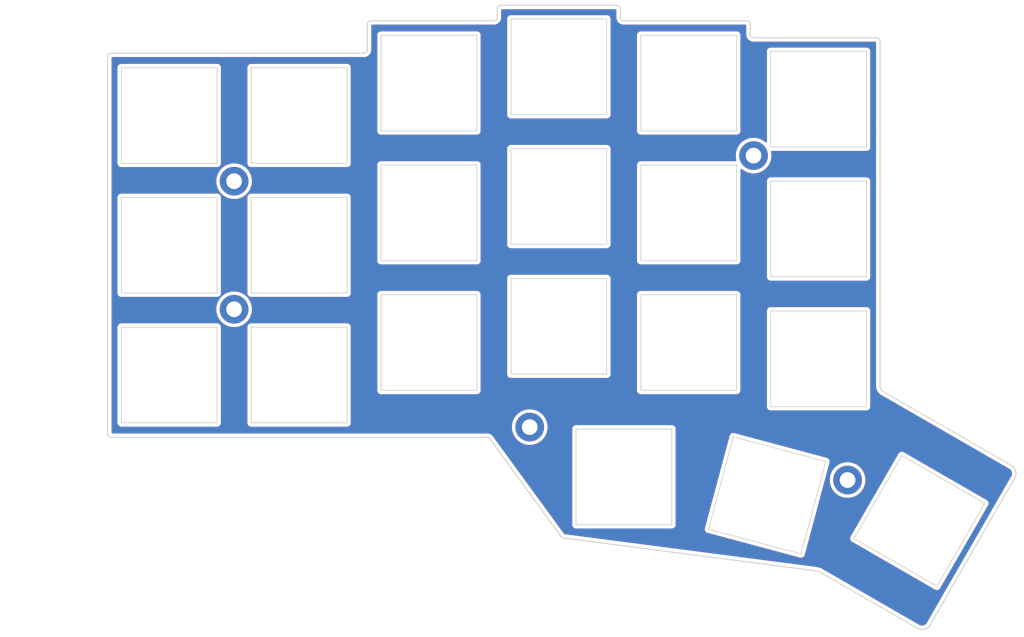
<source format=kicad_pcb>
(kicad_pcb (version 20171130) (host pcbnew "(5.1.5-0-10_14)")

  (general
    (thickness 1.6)
    (drawings 35)
    (tracks 0)
    (zones 0)
    (modules 28)
    (nets 1)
  )

  (page A4)
  (title_block
    (title "Corne Top Plate")
    (date 2018-12-09)
    (rev 2.1)
    (company foostan)
  )

  (layers
    (0 F.Cu signal)
    (31 B.Cu signal)
    (32 B.Adhes user)
    (33 F.Adhes user)
    (34 B.Paste user)
    (35 F.Paste user)
    (36 B.SilkS user)
    (37 F.SilkS user)
    (38 B.Mask user)
    (39 F.Mask user)
    (40 Dwgs.User user)
    (41 Cmts.User user)
    (42 Eco1.User user)
    (43 Eco2.User user)
    (44 Edge.Cuts user)
    (45 Margin user)
    (46 B.CrtYd user)
    (47 F.CrtYd user)
    (48 B.Fab user)
    (49 F.Fab user)
  )

  (setup
    (last_trace_width 0.25)
    (user_trace_width 0.2)
    (user_trace_width 0.5)
    (trace_clearance 0.2)
    (zone_clearance 0.508)
    (zone_45_only no)
    (trace_min 0.2)
    (via_size 0.6)
    (via_drill 0.4)
    (via_min_size 0.4)
    (via_min_drill 0.3)
    (uvia_size 0.3)
    (uvia_drill 0.1)
    (uvias_allowed no)
    (uvia_min_size 0.2)
    (uvia_min_drill 0.1)
    (edge_width 0.15)
    (segment_width 0.1)
    (pcb_text_width 0.3)
    (pcb_text_size 1.5 1.5)
    (mod_edge_width 0.15)
    (mod_text_size 1 1)
    (mod_text_width 0.15)
    (pad_size 4 4)
    (pad_drill 2.2)
    (pad_to_mask_clearance 0.2)
    (aux_axis_origin 174 65.7)
    (grid_origin 70.01 77.125)
    (visible_elements FFFFFF7F)
    (pcbplotparams
      (layerselection 0x010f0_ffffffff)
      (usegerberextensions true)
      (usegerberattributes false)
      (usegerberadvancedattributes false)
      (creategerberjobfile false)
      (excludeedgelayer true)
      (linewidth 0.100000)
      (plotframeref false)
      (viasonmask false)
      (mode 1)
      (useauxorigin false)
      (hpglpennumber 1)
      (hpglpenspeed 20)
      (hpglpendiameter 15.000000)
      (psnegative false)
      (psa4output false)
      (plotreference true)
      (plotvalue true)
      (plotinvisibletext false)
      (padsonsilk false)
      (subtractmaskfromsilk false)
      (outputformat 1)
      (mirror false)
      (drillshape 0)
      (scaleselection 1)
      (outputdirectory "../../../../../../../Desktop/2020-08-15/jlcpcb/corne-top/"))
  )

  (net 0 "")

  (net_class Default "これは標準のネット クラスです。"
    (clearance 0.2)
    (trace_width 0.25)
    (via_dia 0.6)
    (via_drill 0.4)
    (uvia_dia 0.3)
    (uvia_drill 0.1)
  )

  (module kbd:M2_Hole_TH (layer F.Cu) (tedit 5F7666C1) (tstamp 5AAA7D53)
    (at 169.25 130.5)
    (fp_text reference "" (at 0 -3.2) (layer F.SilkS)
      (effects (font (size 1 1) (thickness 0.15)))
    )
    (fp_text value "" (at 0 3.2) (layer F.Fab)
      (effects (font (size 1 1) (thickness 0.15)))
    )
    (fp_text user %R (at 0.3 0) (layer F.Fab)
      (effects (font (size 1 1) (thickness 0.15)))
    )
    (pad "" thru_hole circle (at 0 0) (size 4.2 4.2) (drill 2.3) (layers *.Cu *.Mask))
  )

  (module kbd:M2_Hole_TH (layer F.Cu) (tedit 5F7666C1) (tstamp 5AAA5A9F)
    (at 79.5 105.5)
    (fp_text reference "" (at 0 -3.2) (layer F.SilkS)
      (effects (font (size 1 1) (thickness 0.15)))
    )
    (fp_text value "" (at 0 3.2) (layer F.Fab)
      (effects (font (size 1 1) (thickness 0.15)))
    )
    (fp_text user %R (at 0.3 0) (layer F.Fab)
      (effects (font (size 1 1) (thickness 0.15)))
    )
    (pad "" thru_hole circle (at 0 0) (size 4.2 4.2) (drill 2.3) (layers *.Cu *.Mask))
  )

  (module kbd:M2_Hole_TH (layer F.Cu) (tedit 5F7666C1) (tstamp 5AAA7C39)
    (at 155.5 83)
    (fp_text reference "" (at 0 -3.2) (layer F.SilkS)
      (effects (font (size 1 1) (thickness 0.15)))
    )
    (fp_text value "" (at 0 3.2) (layer F.Fab)
      (effects (font (size 1 1) (thickness 0.15)))
    )
    (fp_text user %R (at 0.3 0) (layer F.Fab)
      (effects (font (size 1 1) (thickness 0.15)))
    )
    (pad "" thru_hole circle (at 0 0) (size 4.2 4.2) (drill 2.3) (layers *.Cu *.Mask))
  )

  (module kbd:M2_Hole_TH (layer F.Cu) (tedit 5F7666C1) (tstamp 5AAA5A7C)
    (at 79.5 86.75)
    (fp_text reference "" (at 0 -3.2) (layer F.SilkS)
      (effects (font (size 1 1) (thickness 0.15)))
    )
    (fp_text value "" (at 0 3.2) (layer F.Fab)
      (effects (font (size 1 1) (thickness 0.15)))
    )
    (fp_text user %R (at 0.3 0) (layer F.Fab)
      (effects (font (size 1 1) (thickness 0.15)))
    )
    (pad "" thru_hole circle (at 0 0) (size 4.2 4.2) (drill 2.3) (layers *.Cu *.Mask))
  )

  (module kbd:M2_Hole_TH (layer F.Cu) (tedit 5F7666C1) (tstamp 5AAA7C4A)
    (at 122.75 122.75)
    (fp_text reference "" (at 0 -3.2) (layer F.SilkS)
      (effects (font (size 1 1) (thickness 0.15)))
    )
    (fp_text value "" (at 0 3.2) (layer F.Fab)
      (effects (font (size 1 1) (thickness 0.15)))
    )
    (fp_text user %R (at 0.3 0) (layer F.Fab)
      (effects (font (size 1 1) (thickness 0.15)))
    )
    (pad "" thru_hole circle (at 0 0) (size 4.2 4.2) (drill 2.3) (layers *.Cu *.Mask))
  )

  (module kbd:corne-logo-horizontal-mask (layer B.Cu) (tedit 5F379277) (tstamp 5F37F48F)
    (at 108.085 121.975 180)
    (fp_text reference G*** (at 0 0) (layer B.SilkS) hide
      (effects (font (size 1.524 1.524) (thickness 0.3)) (justify mirror))
    )
    (fp_text value LOGO (at 0.75 0) (layer B.SilkS) hide
      (effects (font (size 1.524 1.524) (thickness 0.3)) (justify mirror))
    )
    (fp_poly (pts (xy -4.440451 1.224012) (xy -4.325752 1.197898) (xy -4.10465 1.107361) (xy -3.913207 0.980964)
      (xy -3.756278 0.823012) (xy -3.638718 0.637812) (xy -3.604063 0.557746) (xy -3.570036 0.464269)
      (xy -3.558417 0.405239) (xy -3.575702 0.372739) (xy -3.628388 0.358851) (xy -3.722971 0.355657)
      (xy -3.769931 0.3556) (xy -3.983861 0.355601) (xy -4.014767 0.449246) (xy -4.081357 0.575106)
      (xy -4.187862 0.686497) (xy -4.324037 0.776988) (xy -4.479636 0.840146) (xy -4.644415 0.869539)
      (xy -4.686301 0.870858) (xy -4.868631 0.84809) (xy -5.038935 0.783779) (xy -5.188484 0.683911)
      (xy -5.308547 0.554474) (xy -5.390395 0.401453) (xy -5.396593 0.383733) (xy -5.430144 0.225076)
      (xy -5.435927 0.049598) (xy -5.415241 -0.124327) (xy -5.369387 -0.278322) (xy -5.346325 -0.326531)
      (xy -5.240596 -0.477138) (xy -5.105721 -0.589303) (xy -4.958398 -0.660915) (xy -4.779711 -0.703926)
      (xy -4.600241 -0.703773) (xy -4.428428 -0.663785) (xy -4.27271 -0.587291) (xy -4.141526 -0.477622)
      (xy -4.043316 -0.338106) (xy -4.021733 -0.291389) (xy -3.9751 -0.17799) (xy -3.76555 -0.177895)
      (xy -3.662832 -0.178561) (xy -3.600716 -0.18262) (xy -3.569005 -0.192992) (xy -3.557503 -0.212594)
      (xy -3.556 -0.237887) (xy -3.571525 -0.312902) (xy -3.613076 -0.412781) (xy -3.673122 -0.524252)
      (xy -3.744131 -0.634041) (xy -3.818571 -0.728876) (xy -3.857462 -0.769119) (xy -4.037236 -0.904131)
      (xy -4.246093 -1.004811) (xy -4.47294 -1.067913) (xy -4.706682 -1.090194) (xy -4.9022 -1.074664)
      (xy -5.095413 -1.023943) (xy -5.283049 -0.940877) (xy -5.45274 -0.83286) (xy -5.592117 -0.707289)
      (xy -5.659011 -0.622165) (xy -5.74034 -0.487841) (xy -5.79623 -0.362887) (xy -5.830809 -0.232138)
      (xy -5.848207 -0.08043) (xy -5.852586 0.0889) (xy -5.851081 0.229806) (xy -5.845379 0.333812)
      (xy -5.833702 0.414764) (xy -5.81427 0.486506) (xy -5.794649 0.539803) (xy -5.689003 0.739457)
      (xy -5.542738 0.915974) (xy -5.363624 1.061684) (xy -5.159431 1.168915) (xy -5.1562 1.170198)
      (xy -5.000217 1.214086) (xy -4.816245 1.238108) (xy -4.623313 1.241628) (xy -4.440451 1.224012)) (layer B.Mask) (width 0.01))
    (fp_poly (pts (xy -2.057514 1.23816) (xy -1.80406 1.202889) (xy -1.575975 1.126193) (xy -1.376325 1.010135)
      (xy -1.208175 0.856778) (xy -1.074592 0.668184) (xy -1.010044 0.5334) (xy -0.978482 0.419295)
      (xy -0.958215 0.271629) (xy -0.94947 0.10642) (xy -0.952475 -0.060313) (xy -0.967457 -0.212551)
      (xy -0.994644 -0.334275) (xy -0.997595 -0.3429) (xy -1.093981 -0.540172) (xy -1.233225 -0.716574)
      (xy -1.409821 -0.866769) (xy -1.618259 -0.985421) (xy -1.69316 -1.01677) (xy -1.825179 -1.053019)
      (xy -1.988165 -1.076467) (xy -2.163719 -1.086287) (xy -2.33344 -1.08165) (xy -2.478926 -1.061729)
      (xy -2.511747 -1.053599) (xy -2.725647 -0.971401) (xy -2.920379 -0.853093) (xy -3.087345 -0.705635)
      (xy -3.217944 -0.535986) (xy -3.268818 -0.440895) (xy -3.307163 -0.338102) (xy -3.341349 -0.213876)
      (xy -3.361401 -0.110628) (xy -3.368752 0.030776) (xy -2.944426 0.030776) (xy -2.930091 -0.116866)
      (xy -2.909959 -0.198207) (xy -2.856706 -0.310941) (xy -2.776305 -0.426333) (xy -2.682322 -0.527702)
      (xy -2.588326 -0.598365) (xy -2.581542 -0.60202) (xy -2.384802 -0.678118) (xy -2.179811 -0.708463)
      (xy -1.976396 -0.692243) (xy -1.863836 -0.661468) (xy -1.686556 -0.574347) (xy -1.54209 -0.450677)
      (xy -1.434913 -0.294341) (xy -1.43048 -0.285466) (xy -1.37749 -0.129401) (xy -1.355507 0.047702)
      (xy -1.364861 0.226983) (xy -1.405879 0.389579) (xy -1.418211 0.4191) (xy -1.515542 0.578094)
      (xy -1.643239 0.702908) (xy -1.793936 0.793377) (xy -1.960264 0.849334) (xy -2.134858 0.870614)
      (xy -2.310351 0.857051) (xy -2.479376 0.808478) (xy -2.634566 0.72473) (xy -2.768555 0.60564)
      (xy -2.873535 0.451899) (xy -2.915081 0.334193) (xy -2.939067 0.187474) (xy -2.944426 0.030776)
      (xy -3.368752 0.030776) (xy -3.374262 0.136764) (xy -3.34185 0.371307) (xy -3.26665 0.587948)
      (xy -3.151143 0.781635) (xy -2.997813 0.947313) (xy -2.80914 1.079931) (xy -2.765081 1.103197)
      (xy -2.590795 1.177947) (xy -2.41947 1.222719) (xy -2.233595 1.240853) (xy -2.057514 1.23816)) (layer B.Mask) (width 0.01))
    (fp_poly (pts (xy 4.73403 1.221594) (xy 4.956394 1.155295) (xy 5.154633 1.049787) (xy 5.324579 0.909153)
      (xy 5.462059 0.737476) (xy 5.562904 0.538838) (xy 5.622943 0.317322) (xy 5.6388 0.121664)
      (xy 5.6388 -0.0254) (xy 3.7338 -0.0254) (xy 3.7338 -0.098498) (xy 3.756717 -0.221649)
      (xy 3.820155 -0.349172) (xy 3.916143 -0.470298) (xy 4.036711 -0.574256) (xy 4.125888 -0.628239)
      (xy 4.261742 -0.679647) (xy 4.422404 -0.704683) (xy 4.435372 -0.705596) (xy 4.617629 -0.703127)
      (xy 4.771303 -0.666329) (xy 4.908995 -0.590614) (xy 5.023693 -0.491419) (xy 5.159513 -0.3556)
      (xy 5.362768 -0.3556) (xy 5.463311 -0.356246) (xy 5.522533 -0.360122) (xy 5.54991 -0.370133)
      (xy 5.554919 -0.389182) (xy 5.54923 -0.41275) (xy 5.510917 -0.498398) (xy 5.445999 -0.601086)
      (xy 5.366274 -0.704606) (xy 5.283544 -0.792746) (xy 5.253357 -0.819173) (xy 5.05449 -0.948773)
      (xy 4.831802 -1.038237) (xy 4.595096 -1.085509) (xy 4.354173 -1.088535) (xy 4.142857 -1.052004)
      (xy 3.921745 -0.967879) (xy 3.726925 -0.844023) (xy 3.563325 -0.685554) (xy 3.435874 -0.49759)
      (xy 3.349501 -0.285249) (xy 3.330344 -0.208299) (xy 3.299808 0.041758) (xy 3.313541 0.281339)
      (xy 3.325722 0.3302) (xy 3.735057 0.3302) (xy 4.458328 0.3302) (xy 4.670914 0.330472)
      (xy 4.837999 0.331479) (xy 4.964879 0.333506) (xy 5.056851 0.336842) (xy 5.119212 0.341771)
      (xy 5.157259 0.34858) (xy 5.176288 0.357556) (xy 5.181597 0.368986) (xy 5.1816 0.369312)
      (xy 5.161223 0.451242) (xy 5.106525 0.546827) (xy 5.027152 0.644278) (xy 4.932748 0.731805)
      (xy 4.832961 0.797617) (xy 4.829903 0.799174) (xy 4.690847 0.846723) (xy 4.526733 0.867986)
      (xy 4.355928 0.86304) (xy 4.196798 0.831961) (xy 4.10506 0.796156) (xy 3.958526 0.694514)
      (xy 3.839649 0.553203) (xy 3.759265 0.393873) (xy 3.735057 0.3302) (xy 3.325722 0.3302)
      (xy 3.369367 0.505265) (xy 3.465106 0.708357) (xy 3.598579 0.885437) (xy 3.767608 1.031328)
      (xy 3.880499 1.099311) (xy 4.075103 1.183254) (xy 4.272426 1.230099) (xy 4.491713 1.2446)
      (xy 4.73403 1.221594)) (layer B.Mask) (width 0.01))
    (fp_poly (pts (xy 0.539737 1.254564) (xy 0.6858 1.238039) (xy 0.6858 0.867271) (xy 0.55245 0.880932)
      (xy 0.368351 0.875861) (xy 0.198952 0.824078) (xy 0.050381 0.728944) (xy -0.071234 0.593821)
      (xy -0.120111 0.512131) (xy -0.2032 0.351162) (xy -0.2032 -1.0414) (xy -0.635 -1.0414)
      (xy -0.635 1.221255) (xy -0.42545 1.213878) (xy -0.2159 1.2065) (xy -0.1905 0.984642)
      (xy -0.139731 1.041054) (xy -0.021554 1.137643) (xy 0.130298 1.208733) (xy 0.303542 1.250464)
      (xy 0.48589 1.258975) (xy 0.539737 1.254564)) (layer B.Mask) (width 0.01))
    (fp_poly (pts (xy 2.201991 1.231209) (xy 2.296075 1.227549) (xy 2.36649 1.218545) (xy 2.426801 1.201819)
      (xy 2.49057 1.174995) (xy 2.544751 1.148829) (xy 2.715798 1.040487) (xy 2.849048 0.901327)
      (xy 2.946379 0.728622) (xy 3.009668 0.519646) (xy 3.021075 0.4572) (xy 3.028364 0.38623)
      (xy 3.034903 0.273475) (xy 3.040403 0.127951) (xy 3.044574 -0.04133) (xy 3.047127 -0.225353)
      (xy 3.047808 -0.37465) (xy 3.048 -1.0414) (xy 2.6162 -1.0414) (xy 2.6162 -0.32211)
      (xy 2.615593 -0.093457) (xy 2.6136 0.090242) (xy 2.609963 0.234823) (xy 2.604422 0.346118)
      (xy 2.596719 0.429963) (xy 2.586595 0.492191) (xy 2.578697 0.523466) (xy 2.513937 0.661693)
      (xy 2.41303 0.764894) (xy 2.277603 0.832016) (xy 2.10928 0.862001) (xy 2.054812 0.8636)
      (xy 1.892341 0.853183) (xy 1.762362 0.818306) (xy 1.650264 0.753528) (xy 1.57036 0.683274)
      (xy 1.516173 0.626269) (xy 1.472791 0.570499) (xy 1.439023 0.509635) (xy 1.413679 0.437348)
      (xy 1.395567 0.347311) (xy 1.383496 0.233195) (xy 1.376277 0.088673) (xy 1.372717 -0.092585)
      (xy 1.371626 -0.316907) (xy 1.3716 -0.37291) (xy 1.3716 -1.0414) (xy 0.9398 -1.0414)
      (xy 0.9398 1.2192) (xy 1.3716 1.2192) (xy 1.3716 0.961293) (xy 1.453864 1.043558)
      (xy 1.540252 1.119164) (xy 1.630955 1.172431) (xy 1.736978 1.206718) (xy 1.869324 1.225384)
      (xy 2.038995 1.231789) (xy 2.070674 1.2319) (xy 2.201991 1.231209)) (layer B.Mask) (width 0.01))
  )

  (module kbd:corne-logo-horizontal-mask (layer F.Cu) (tedit 5F379277) (tstamp 5F37F485)
    (at 108.335 121.925)
    (fp_text reference G*** (at 0 0) (layer F.SilkS) hide
      (effects (font (size 1.524 1.524) (thickness 0.3)))
    )
    (fp_text value LOGO (at 0.75 0) (layer F.SilkS) hide
      (effects (font (size 1.524 1.524) (thickness 0.3)))
    )
    (fp_poly (pts (xy 2.201991 -1.231209) (xy 2.296075 -1.227549) (xy 2.36649 -1.218545) (xy 2.426801 -1.201819)
      (xy 2.49057 -1.174995) (xy 2.544751 -1.148829) (xy 2.715798 -1.040487) (xy 2.849048 -0.901327)
      (xy 2.946379 -0.728622) (xy 3.009668 -0.519646) (xy 3.021075 -0.4572) (xy 3.028364 -0.38623)
      (xy 3.034903 -0.273475) (xy 3.040403 -0.127951) (xy 3.044574 0.04133) (xy 3.047127 0.225353)
      (xy 3.047808 0.37465) (xy 3.048 1.0414) (xy 2.6162 1.0414) (xy 2.6162 0.32211)
      (xy 2.615593 0.093457) (xy 2.6136 -0.090242) (xy 2.609963 -0.234823) (xy 2.604422 -0.346118)
      (xy 2.596719 -0.429963) (xy 2.586595 -0.492191) (xy 2.578697 -0.523466) (xy 2.513937 -0.661693)
      (xy 2.41303 -0.764894) (xy 2.277603 -0.832016) (xy 2.10928 -0.862001) (xy 2.054812 -0.8636)
      (xy 1.892341 -0.853183) (xy 1.762362 -0.818306) (xy 1.650264 -0.753528) (xy 1.57036 -0.683274)
      (xy 1.516173 -0.626269) (xy 1.472791 -0.570499) (xy 1.439023 -0.509635) (xy 1.413679 -0.437348)
      (xy 1.395567 -0.347311) (xy 1.383496 -0.233195) (xy 1.376277 -0.088673) (xy 1.372717 0.092585)
      (xy 1.371626 0.316907) (xy 1.3716 0.37291) (xy 1.3716 1.0414) (xy 0.9398 1.0414)
      (xy 0.9398 -1.2192) (xy 1.3716 -1.2192) (xy 1.3716 -0.961293) (xy 1.453864 -1.043558)
      (xy 1.540252 -1.119164) (xy 1.630955 -1.172431) (xy 1.736978 -1.206718) (xy 1.869324 -1.225384)
      (xy 2.038995 -1.231789) (xy 2.070674 -1.2319) (xy 2.201991 -1.231209)) (layer F.Mask) (width 0.01))
    (fp_poly (pts (xy 0.539737 -1.254564) (xy 0.6858 -1.238039) (xy 0.6858 -0.867271) (xy 0.55245 -0.880932)
      (xy 0.368351 -0.875861) (xy 0.198952 -0.824078) (xy 0.050381 -0.728944) (xy -0.071234 -0.593821)
      (xy -0.120111 -0.512131) (xy -0.2032 -0.351162) (xy -0.2032 1.0414) (xy -0.635 1.0414)
      (xy -0.635 -1.221255) (xy -0.42545 -1.213878) (xy -0.2159 -1.2065) (xy -0.1905 -0.984642)
      (xy -0.139731 -1.041054) (xy -0.021554 -1.137643) (xy 0.130298 -1.208733) (xy 0.303542 -1.250464)
      (xy 0.48589 -1.258975) (xy 0.539737 -1.254564)) (layer F.Mask) (width 0.01))
    (fp_poly (pts (xy 4.73403 -1.221594) (xy 4.956394 -1.155295) (xy 5.154633 -1.049787) (xy 5.324579 -0.909153)
      (xy 5.462059 -0.737476) (xy 5.562904 -0.538838) (xy 5.622943 -0.317322) (xy 5.6388 -0.121664)
      (xy 5.6388 0.0254) (xy 3.7338 0.0254) (xy 3.7338 0.098498) (xy 3.756717 0.221649)
      (xy 3.820155 0.349172) (xy 3.916143 0.470298) (xy 4.036711 0.574256) (xy 4.125888 0.628239)
      (xy 4.261742 0.679647) (xy 4.422404 0.704683) (xy 4.435372 0.705596) (xy 4.617629 0.703127)
      (xy 4.771303 0.666329) (xy 4.908995 0.590614) (xy 5.023693 0.491419) (xy 5.159513 0.3556)
      (xy 5.362768 0.3556) (xy 5.463311 0.356246) (xy 5.522533 0.360122) (xy 5.54991 0.370133)
      (xy 5.554919 0.389182) (xy 5.54923 0.41275) (xy 5.510917 0.498398) (xy 5.445999 0.601086)
      (xy 5.366274 0.704606) (xy 5.283544 0.792746) (xy 5.253357 0.819173) (xy 5.05449 0.948773)
      (xy 4.831802 1.038237) (xy 4.595096 1.085509) (xy 4.354173 1.088535) (xy 4.142857 1.052004)
      (xy 3.921745 0.967879) (xy 3.726925 0.844023) (xy 3.563325 0.685554) (xy 3.435874 0.49759)
      (xy 3.349501 0.285249) (xy 3.330344 0.208299) (xy 3.299808 -0.041758) (xy 3.313541 -0.281339)
      (xy 3.325722 -0.3302) (xy 3.735057 -0.3302) (xy 4.458328 -0.3302) (xy 4.670914 -0.330472)
      (xy 4.837999 -0.331479) (xy 4.964879 -0.333506) (xy 5.056851 -0.336842) (xy 5.119212 -0.341771)
      (xy 5.157259 -0.34858) (xy 5.176288 -0.357556) (xy 5.181597 -0.368986) (xy 5.1816 -0.369312)
      (xy 5.161223 -0.451242) (xy 5.106525 -0.546827) (xy 5.027152 -0.644278) (xy 4.932748 -0.731805)
      (xy 4.832961 -0.797617) (xy 4.829903 -0.799174) (xy 4.690847 -0.846723) (xy 4.526733 -0.867986)
      (xy 4.355928 -0.86304) (xy 4.196798 -0.831961) (xy 4.10506 -0.796156) (xy 3.958526 -0.694514)
      (xy 3.839649 -0.553203) (xy 3.759265 -0.393873) (xy 3.735057 -0.3302) (xy 3.325722 -0.3302)
      (xy 3.369367 -0.505265) (xy 3.465106 -0.708357) (xy 3.598579 -0.885437) (xy 3.767608 -1.031328)
      (xy 3.880499 -1.099311) (xy 4.075103 -1.183254) (xy 4.272426 -1.230099) (xy 4.491713 -1.2446)
      (xy 4.73403 -1.221594)) (layer F.Mask) (width 0.01))
    (fp_poly (pts (xy -2.057514 -1.23816) (xy -1.80406 -1.202889) (xy -1.575975 -1.126193) (xy -1.376325 -1.010135)
      (xy -1.208175 -0.856778) (xy -1.074592 -0.668184) (xy -1.010044 -0.5334) (xy -0.978482 -0.419295)
      (xy -0.958215 -0.271629) (xy -0.94947 -0.10642) (xy -0.952475 0.060313) (xy -0.967457 0.212551)
      (xy -0.994644 0.334275) (xy -0.997595 0.3429) (xy -1.093981 0.540172) (xy -1.233225 0.716574)
      (xy -1.409821 0.866769) (xy -1.618259 0.985421) (xy -1.69316 1.01677) (xy -1.825179 1.053019)
      (xy -1.988165 1.076467) (xy -2.163719 1.086287) (xy -2.33344 1.08165) (xy -2.478926 1.061729)
      (xy -2.511747 1.053599) (xy -2.725647 0.971401) (xy -2.920379 0.853093) (xy -3.087345 0.705635)
      (xy -3.217944 0.535986) (xy -3.268818 0.440895) (xy -3.307163 0.338102) (xy -3.341349 0.213876)
      (xy -3.361401 0.110628) (xy -3.368752 -0.030776) (xy -2.944426 -0.030776) (xy -2.930091 0.116866)
      (xy -2.909959 0.198207) (xy -2.856706 0.310941) (xy -2.776305 0.426333) (xy -2.682322 0.527702)
      (xy -2.588326 0.598365) (xy -2.581542 0.60202) (xy -2.384802 0.678118) (xy -2.179811 0.708463)
      (xy -1.976396 0.692243) (xy -1.863836 0.661468) (xy -1.686556 0.574347) (xy -1.54209 0.450677)
      (xy -1.434913 0.294341) (xy -1.43048 0.285466) (xy -1.37749 0.129401) (xy -1.355507 -0.047702)
      (xy -1.364861 -0.226983) (xy -1.405879 -0.389579) (xy -1.418211 -0.4191) (xy -1.515542 -0.578094)
      (xy -1.643239 -0.702908) (xy -1.793936 -0.793377) (xy -1.960264 -0.849334) (xy -2.134858 -0.870614)
      (xy -2.310351 -0.857051) (xy -2.479376 -0.808478) (xy -2.634566 -0.72473) (xy -2.768555 -0.60564)
      (xy -2.873535 -0.451899) (xy -2.915081 -0.334193) (xy -2.939067 -0.187474) (xy -2.944426 -0.030776)
      (xy -3.368752 -0.030776) (xy -3.374262 -0.136764) (xy -3.34185 -0.371307) (xy -3.26665 -0.587948)
      (xy -3.151143 -0.781635) (xy -2.997813 -0.947313) (xy -2.80914 -1.079931) (xy -2.765081 -1.103197)
      (xy -2.590795 -1.177947) (xy -2.41947 -1.222719) (xy -2.233595 -1.240853) (xy -2.057514 -1.23816)) (layer F.Mask) (width 0.01))
    (fp_poly (pts (xy -4.440451 -1.224012) (xy -4.325752 -1.197898) (xy -4.10465 -1.107361) (xy -3.913207 -0.980964)
      (xy -3.756278 -0.823012) (xy -3.638718 -0.637812) (xy -3.604063 -0.557746) (xy -3.570036 -0.464269)
      (xy -3.558417 -0.405239) (xy -3.575702 -0.372739) (xy -3.628388 -0.358851) (xy -3.722971 -0.355657)
      (xy -3.769931 -0.3556) (xy -3.983861 -0.355601) (xy -4.014767 -0.449246) (xy -4.081357 -0.575106)
      (xy -4.187862 -0.686497) (xy -4.324037 -0.776988) (xy -4.479636 -0.840146) (xy -4.644415 -0.869539)
      (xy -4.686301 -0.870858) (xy -4.868631 -0.84809) (xy -5.038935 -0.783779) (xy -5.188484 -0.683911)
      (xy -5.308547 -0.554474) (xy -5.390395 -0.401453) (xy -5.396593 -0.383733) (xy -5.430144 -0.225076)
      (xy -5.435927 -0.049598) (xy -5.415241 0.124327) (xy -5.369387 0.278322) (xy -5.346325 0.326531)
      (xy -5.240596 0.477138) (xy -5.105721 0.589303) (xy -4.958398 0.660915) (xy -4.779711 0.703926)
      (xy -4.600241 0.703773) (xy -4.428428 0.663785) (xy -4.27271 0.587291) (xy -4.141526 0.477622)
      (xy -4.043316 0.338106) (xy -4.021733 0.291389) (xy -3.9751 0.17799) (xy -3.76555 0.177895)
      (xy -3.662832 0.178561) (xy -3.600716 0.18262) (xy -3.569005 0.192992) (xy -3.557503 0.212594)
      (xy -3.556 0.237887) (xy -3.571525 0.312902) (xy -3.613076 0.412781) (xy -3.673122 0.524252)
      (xy -3.744131 0.634041) (xy -3.818571 0.728876) (xy -3.857462 0.769119) (xy -4.037236 0.904131)
      (xy -4.246093 1.004811) (xy -4.47294 1.067913) (xy -4.706682 1.090194) (xy -4.9022 1.074664)
      (xy -5.095413 1.023943) (xy -5.283049 0.940877) (xy -5.45274 0.83286) (xy -5.592117 0.707289)
      (xy -5.659011 0.622165) (xy -5.74034 0.487841) (xy -5.79623 0.362887) (xy -5.830809 0.232138)
      (xy -5.848207 0.08043) (xy -5.852586 -0.0889) (xy -5.851081 -0.229806) (xy -5.845379 -0.333812)
      (xy -5.833702 -0.414764) (xy -5.81427 -0.486506) (xy -5.794649 -0.539803) (xy -5.689003 -0.739457)
      (xy -5.542738 -0.915974) (xy -5.363624 -1.061684) (xy -5.159431 -1.168915) (xy -5.1562 -1.170198)
      (xy -5.000217 -1.214086) (xy -4.816245 -1.238108) (xy -4.623313 -1.241628) (xy -4.440451 -1.224012)) (layer F.Mask) (width 0.01))
  )

  (module kbd:SW_Hole (layer F.Cu) (tedit 5F1B7F65) (tstamp 5DC20BEA)
    (at 179.75 136.485 330)
    (fp_text reference SW2 (at 7 8.1 150) (layer F.SilkS) hide
      (effects (font (size 1 1) (thickness 0.15)))
    )
    (fp_text value KEY_SWITCH (at -7.4 -8.1 150) (layer F.Fab) hide
      (effects (font (size 1 1) (thickness 0.15)))
    )
    (fp_line (start 7 -7) (end -7 -7) (layer Edge.Cuts) (width 0.12))
    (fp_line (start 7 7) (end 7 -7) (layer Edge.Cuts) (width 0.12))
    (fp_line (start -7 7) (end 7 7) (layer Edge.Cuts) (width 0.12))
    (fp_line (start -7 -7) (end -7 7) (layer Edge.Cuts) (width 0.12))
    (fp_line (start 9.525 -9.525) (end -9.525 -9.525) (layer F.Fab) (width 0.15))
    (fp_line (start -9.525 -9.525) (end -9.525 9.525) (layer F.Fab) (width 0.15))
    (fp_line (start -9.525 9.525) (end 9.525 9.525) (layer F.Fab) (width 0.15))
    (fp_line (start 9.525 9.525) (end 9.525 -9.525) (layer F.Fab) (width 0.15))
  )

  (module kbd:SW_Hole (layer F.Cu) (tedit 5F1B7F65) (tstamp 5DC20BC9)
    (at 157.492 132.744 345)
    (fp_text reference SW2 (at 7.000001 8.1 165) (layer F.SilkS) hide
      (effects (font (size 1 1) (thickness 0.15)))
    )
    (fp_text value KEY_SWITCH (at -7.4 -8.1 165) (layer F.Fab) hide
      (effects (font (size 1 1) (thickness 0.15)))
    )
    (fp_line (start 7 -7) (end -7 -7) (layer Edge.Cuts) (width 0.12))
    (fp_line (start 7 7) (end 7 -7) (layer Edge.Cuts) (width 0.12))
    (fp_line (start -7 7) (end 7 7) (layer Edge.Cuts) (width 0.12))
    (fp_line (start -7 -7) (end -7 7) (layer Edge.Cuts) (width 0.12))
    (fp_line (start 9.525 -9.525) (end -9.525 -9.525) (layer F.Fab) (width 0.15))
    (fp_line (start -9.525 -9.525) (end -9.525 9.525) (layer F.Fab) (width 0.15))
    (fp_line (start -9.525 9.525) (end 9.525 9.525) (layer F.Fab) (width 0.15))
    (fp_line (start 9.525 9.525) (end 9.525 -9.525) (layer F.Fab) (width 0.15))
  )

  (module kbd:SW_Hole (layer F.Cu) (tedit 5F1B7F65) (tstamp 5DC20B59)
    (at 136.53 130.035)
    (fp_text reference SW2 (at 7 8.1) (layer F.SilkS) hide
      (effects (font (size 1 1) (thickness 0.15)))
    )
    (fp_text value KEY_SWITCH (at -7.4 -8.1) (layer F.Fab) hide
      (effects (font (size 1 1) (thickness 0.15)))
    )
    (fp_line (start 7 -7) (end -7 -7) (layer Edge.Cuts) (width 0.12))
    (fp_line (start 7 7) (end 7 -7) (layer Edge.Cuts) (width 0.12))
    (fp_line (start -7 7) (end 7 7) (layer Edge.Cuts) (width 0.12))
    (fp_line (start -7 -7) (end -7 7) (layer Edge.Cuts) (width 0.12))
    (fp_line (start 9.525 -9.525) (end -9.525 -9.525) (layer F.Fab) (width 0.15))
    (fp_line (start -9.525 -9.525) (end -9.525 9.525) (layer F.Fab) (width 0.15))
    (fp_line (start -9.525 9.525) (end 9.525 9.525) (layer F.Fab) (width 0.15))
    (fp_line (start 9.525 9.525) (end 9.525 -9.525) (layer F.Fab) (width 0.15))
  )

  (module kbd:SW_Hole (layer F.Cu) (tedit 5F1B7F65) (tstamp 5DC20AAA)
    (at 165.01 112.75)
    (fp_text reference SW2 (at 7 8.1) (layer F.SilkS) hide
      (effects (font (size 1 1) (thickness 0.15)))
    )
    (fp_text value KEY_SWITCH (at -7.4 -8.1) (layer F.Fab) hide
      (effects (font (size 1 1) (thickness 0.15)))
    )
    (fp_line (start 7 -7) (end -7 -7) (layer Edge.Cuts) (width 0.12))
    (fp_line (start 7 7) (end 7 -7) (layer Edge.Cuts) (width 0.12))
    (fp_line (start -7 7) (end 7 7) (layer Edge.Cuts) (width 0.12))
    (fp_line (start -7 -7) (end -7 7) (layer Edge.Cuts) (width 0.12))
    (fp_line (start 9.525 -9.525) (end -9.525 -9.525) (layer F.Fab) (width 0.15))
    (fp_line (start -9.525 -9.525) (end -9.525 9.525) (layer F.Fab) (width 0.15))
    (fp_line (start -9.525 9.525) (end 9.525 9.525) (layer F.Fab) (width 0.15))
    (fp_line (start 9.525 9.525) (end 9.525 -9.525) (layer F.Fab) (width 0.15))
  )

  (module kbd:SW_Hole (layer F.Cu) (tedit 5F1B7F65) (tstamp 5DC20A9F)
    (at 165.01 74.75)
    (fp_text reference SW2 (at 7 8.1) (layer F.SilkS) hide
      (effects (font (size 1 1) (thickness 0.15)))
    )
    (fp_text value KEY_SWITCH (at -7.4 -8.1) (layer F.Fab) hide
      (effects (font (size 1 1) (thickness 0.15)))
    )
    (fp_line (start 7 -7) (end -7 -7) (layer Edge.Cuts) (width 0.12))
    (fp_line (start 7 7) (end 7 -7) (layer Edge.Cuts) (width 0.12))
    (fp_line (start -7 7) (end 7 7) (layer Edge.Cuts) (width 0.12))
    (fp_line (start -7 -7) (end -7 7) (layer Edge.Cuts) (width 0.12))
    (fp_line (start 9.525 -9.525) (end -9.525 -9.525) (layer F.Fab) (width 0.15))
    (fp_line (start -9.525 -9.525) (end -9.525 9.525) (layer F.Fab) (width 0.15))
    (fp_line (start -9.525 9.525) (end 9.525 9.525) (layer F.Fab) (width 0.15))
    (fp_line (start 9.525 9.525) (end 9.525 -9.525) (layer F.Fab) (width 0.15))
  )

  (module kbd:SW_Hole (layer F.Cu) (tedit 5F1B7F65) (tstamp 5DC20A94)
    (at 165.01 93.75)
    (fp_text reference SW2 (at 7 8.1) (layer F.SilkS) hide
      (effects (font (size 1 1) (thickness 0.15)))
    )
    (fp_text value KEY_SWITCH (at -7.4 -8.1) (layer F.Fab) hide
      (effects (font (size 1 1) (thickness 0.15)))
    )
    (fp_line (start 7 -7) (end -7 -7) (layer Edge.Cuts) (width 0.12))
    (fp_line (start 7 7) (end 7 -7) (layer Edge.Cuts) (width 0.12))
    (fp_line (start -7 7) (end 7 7) (layer Edge.Cuts) (width 0.12))
    (fp_line (start -7 -7) (end -7 7) (layer Edge.Cuts) (width 0.12))
    (fp_line (start 9.525 -9.525) (end -9.525 -9.525) (layer F.Fab) (width 0.15))
    (fp_line (start -9.525 -9.525) (end -9.525 9.525) (layer F.Fab) (width 0.15))
    (fp_line (start -9.525 9.525) (end 9.525 9.525) (layer F.Fab) (width 0.15))
    (fp_line (start 9.525 9.525) (end 9.525 -9.525) (layer F.Fab) (width 0.15))
  )

  (module kbd:SW_Hole (layer F.Cu) (tedit 5F1B7F65) (tstamp 5DC20A68)
    (at 146.01 91.375)
    (fp_text reference SW2 (at 7 8.1) (layer F.SilkS) hide
      (effects (font (size 1 1) (thickness 0.15)))
    )
    (fp_text value KEY_SWITCH (at -7.4 -8.1) (layer F.Fab) hide
      (effects (font (size 1 1) (thickness 0.15)))
    )
    (fp_line (start 7 -7) (end -7 -7) (layer Edge.Cuts) (width 0.12))
    (fp_line (start 7 7) (end 7 -7) (layer Edge.Cuts) (width 0.12))
    (fp_line (start -7 7) (end 7 7) (layer Edge.Cuts) (width 0.12))
    (fp_line (start -7 -7) (end -7 7) (layer Edge.Cuts) (width 0.12))
    (fp_line (start 9.525 -9.525) (end -9.525 -9.525) (layer F.Fab) (width 0.15))
    (fp_line (start -9.525 -9.525) (end -9.525 9.525) (layer F.Fab) (width 0.15))
    (fp_line (start -9.525 9.525) (end 9.525 9.525) (layer F.Fab) (width 0.15))
    (fp_line (start 9.525 9.525) (end 9.525 -9.525) (layer F.Fab) (width 0.15))
  )

  (module kbd:SW_Hole (layer F.Cu) (tedit 5F1B7F65) (tstamp 5DC20A5D)
    (at 146.01 72.375)
    (fp_text reference SW2 (at 7 8.1) (layer F.SilkS) hide
      (effects (font (size 1 1) (thickness 0.15)))
    )
    (fp_text value KEY_SWITCH (at -7.4 -8.1) (layer F.Fab) hide
      (effects (font (size 1 1) (thickness 0.15)))
    )
    (fp_line (start 7 -7) (end -7 -7) (layer Edge.Cuts) (width 0.12))
    (fp_line (start 7 7) (end 7 -7) (layer Edge.Cuts) (width 0.12))
    (fp_line (start -7 7) (end 7 7) (layer Edge.Cuts) (width 0.12))
    (fp_line (start -7 -7) (end -7 7) (layer Edge.Cuts) (width 0.12))
    (fp_line (start 9.525 -9.525) (end -9.525 -9.525) (layer F.Fab) (width 0.15))
    (fp_line (start -9.525 -9.525) (end -9.525 9.525) (layer F.Fab) (width 0.15))
    (fp_line (start -9.525 9.525) (end 9.525 9.525) (layer F.Fab) (width 0.15))
    (fp_line (start 9.525 9.525) (end 9.525 -9.525) (layer F.Fab) (width 0.15))
  )

  (module kbd:SW_Hole (layer F.Cu) (tedit 5F1B7F65) (tstamp 5DC20A52)
    (at 146.01 110.375)
    (fp_text reference SW2 (at 7 8.1) (layer F.SilkS) hide
      (effects (font (size 1 1) (thickness 0.15)))
    )
    (fp_text value KEY_SWITCH (at -7.4 -8.1) (layer F.Fab) hide
      (effects (font (size 1 1) (thickness 0.15)))
    )
    (fp_line (start 7 -7) (end -7 -7) (layer Edge.Cuts) (width 0.12))
    (fp_line (start 7 7) (end 7 -7) (layer Edge.Cuts) (width 0.12))
    (fp_line (start -7 7) (end 7 7) (layer Edge.Cuts) (width 0.12))
    (fp_line (start -7 -7) (end -7 7) (layer Edge.Cuts) (width 0.12))
    (fp_line (start 9.525 -9.525) (end -9.525 -9.525) (layer F.Fab) (width 0.15))
    (fp_line (start -9.525 -9.525) (end -9.525 9.525) (layer F.Fab) (width 0.15))
    (fp_line (start -9.525 9.525) (end 9.525 9.525) (layer F.Fab) (width 0.15))
    (fp_line (start 9.525 9.525) (end 9.525 -9.525) (layer F.Fab) (width 0.15))
  )

  (module kbd:SW_Hole (layer F.Cu) (tedit 5F1B7F65) (tstamp 5DC20A26)
    (at 127.01 89)
    (fp_text reference SW2 (at 7 8.1) (layer F.SilkS) hide
      (effects (font (size 1 1) (thickness 0.15)))
    )
    (fp_text value KEY_SWITCH (at -7.4 -8.1) (layer F.Fab) hide
      (effects (font (size 1 1) (thickness 0.15)))
    )
    (fp_line (start 7 -7) (end -7 -7) (layer Edge.Cuts) (width 0.12))
    (fp_line (start 7 7) (end 7 -7) (layer Edge.Cuts) (width 0.12))
    (fp_line (start -7 7) (end 7 7) (layer Edge.Cuts) (width 0.12))
    (fp_line (start -7 -7) (end -7 7) (layer Edge.Cuts) (width 0.12))
    (fp_line (start 9.525 -9.525) (end -9.525 -9.525) (layer F.Fab) (width 0.15))
    (fp_line (start -9.525 -9.525) (end -9.525 9.525) (layer F.Fab) (width 0.15))
    (fp_line (start -9.525 9.525) (end 9.525 9.525) (layer F.Fab) (width 0.15))
    (fp_line (start 9.525 9.525) (end 9.525 -9.525) (layer F.Fab) (width 0.15))
  )

  (module kbd:SW_Hole (layer F.Cu) (tedit 5F1B7F65) (tstamp 5DC20A1B)
    (at 127.01 108)
    (fp_text reference SW2 (at 7 8.1) (layer F.SilkS) hide
      (effects (font (size 1 1) (thickness 0.15)))
    )
    (fp_text value KEY_SWITCH (at -7.4 -8.1) (layer F.Fab) hide
      (effects (font (size 1 1) (thickness 0.15)))
    )
    (fp_line (start 7 -7) (end -7 -7) (layer Edge.Cuts) (width 0.12))
    (fp_line (start 7 7) (end 7 -7) (layer Edge.Cuts) (width 0.12))
    (fp_line (start -7 7) (end 7 7) (layer Edge.Cuts) (width 0.12))
    (fp_line (start -7 -7) (end -7 7) (layer Edge.Cuts) (width 0.12))
    (fp_line (start 9.525 -9.525) (end -9.525 -9.525) (layer F.Fab) (width 0.15))
    (fp_line (start -9.525 -9.525) (end -9.525 9.525) (layer F.Fab) (width 0.15))
    (fp_line (start -9.525 9.525) (end 9.525 9.525) (layer F.Fab) (width 0.15))
    (fp_line (start 9.525 9.525) (end 9.525 -9.525) (layer F.Fab) (width 0.15))
  )

  (module kbd:SW_Hole (layer F.Cu) (tedit 5F1B7F65) (tstamp 5DC20A10)
    (at 127.01 70)
    (fp_text reference SW2 (at 7 8.1) (layer F.SilkS) hide
      (effects (font (size 1 1) (thickness 0.15)))
    )
    (fp_text value KEY_SWITCH (at -7.4 -8.1) (layer F.Fab) hide
      (effects (font (size 1 1) (thickness 0.15)))
    )
    (fp_line (start 7 -7) (end -7 -7) (layer Edge.Cuts) (width 0.12))
    (fp_line (start 7 7) (end 7 -7) (layer Edge.Cuts) (width 0.12))
    (fp_line (start -7 7) (end 7 7) (layer Edge.Cuts) (width 0.12))
    (fp_line (start -7 -7) (end -7 7) (layer Edge.Cuts) (width 0.12))
    (fp_line (start 9.525 -9.525) (end -9.525 -9.525) (layer F.Fab) (width 0.15))
    (fp_line (start -9.525 -9.525) (end -9.525 9.525) (layer F.Fab) (width 0.15))
    (fp_line (start -9.525 9.525) (end 9.525 9.525) (layer F.Fab) (width 0.15))
    (fp_line (start 9.525 9.525) (end 9.525 -9.525) (layer F.Fab) (width 0.15))
  )

  (module kbd:SW_Hole (layer F.Cu) (tedit 5F1B7F65) (tstamp 5DC209E4)
    (at 108.01 91.375)
    (fp_text reference SW2 (at 7 8.1) (layer F.SilkS) hide
      (effects (font (size 1 1) (thickness 0.15)))
    )
    (fp_text value KEY_SWITCH (at -7.4 -8.1) (layer F.Fab) hide
      (effects (font (size 1 1) (thickness 0.15)))
    )
    (fp_line (start 7 -7) (end -7 -7) (layer Edge.Cuts) (width 0.12))
    (fp_line (start 7 7) (end 7 -7) (layer Edge.Cuts) (width 0.12))
    (fp_line (start -7 7) (end 7 7) (layer Edge.Cuts) (width 0.12))
    (fp_line (start -7 -7) (end -7 7) (layer Edge.Cuts) (width 0.12))
    (fp_line (start 9.525 -9.525) (end -9.525 -9.525) (layer F.Fab) (width 0.15))
    (fp_line (start -9.525 -9.525) (end -9.525 9.525) (layer F.Fab) (width 0.15))
    (fp_line (start -9.525 9.525) (end 9.525 9.525) (layer F.Fab) (width 0.15))
    (fp_line (start 9.525 9.525) (end 9.525 -9.525) (layer F.Fab) (width 0.15))
  )

  (module kbd:SW_Hole (layer F.Cu) (tedit 5F1B7F65) (tstamp 5DC209D9)
    (at 108.01 110.375)
    (fp_text reference SW2 (at 7 8.1) (layer F.SilkS) hide
      (effects (font (size 1 1) (thickness 0.15)))
    )
    (fp_text value KEY_SWITCH (at -7.4 -8.1) (layer F.Fab) hide
      (effects (font (size 1 1) (thickness 0.15)))
    )
    (fp_line (start 7 -7) (end -7 -7) (layer Edge.Cuts) (width 0.12))
    (fp_line (start 7 7) (end 7 -7) (layer Edge.Cuts) (width 0.12))
    (fp_line (start -7 7) (end 7 7) (layer Edge.Cuts) (width 0.12))
    (fp_line (start -7 -7) (end -7 7) (layer Edge.Cuts) (width 0.12))
    (fp_line (start 9.525 -9.525) (end -9.525 -9.525) (layer F.Fab) (width 0.15))
    (fp_line (start -9.525 -9.525) (end -9.525 9.525) (layer F.Fab) (width 0.15))
    (fp_line (start -9.525 9.525) (end 9.525 9.525) (layer F.Fab) (width 0.15))
    (fp_line (start 9.525 9.525) (end 9.525 -9.525) (layer F.Fab) (width 0.15))
  )

  (module kbd:SW_Hole (layer F.Cu) (tedit 5F1B7F65) (tstamp 5DC209CE)
    (at 108.01 72.375)
    (fp_text reference SW2 (at 7 8.1) (layer F.SilkS) hide
      (effects (font (size 1 1) (thickness 0.15)))
    )
    (fp_text value KEY_SWITCH (at -7.4 -8.1) (layer F.Fab) hide
      (effects (font (size 1 1) (thickness 0.15)))
    )
    (fp_line (start 7 -7) (end -7 -7) (layer Edge.Cuts) (width 0.12))
    (fp_line (start 7 7) (end 7 -7) (layer Edge.Cuts) (width 0.12))
    (fp_line (start -7 7) (end 7 7) (layer Edge.Cuts) (width 0.12))
    (fp_line (start -7 -7) (end -7 7) (layer Edge.Cuts) (width 0.12))
    (fp_line (start 9.525 -9.525) (end -9.525 -9.525) (layer F.Fab) (width 0.15))
    (fp_line (start -9.525 -9.525) (end -9.525 9.525) (layer F.Fab) (width 0.15))
    (fp_line (start -9.525 9.525) (end 9.525 9.525) (layer F.Fab) (width 0.15))
    (fp_line (start 9.525 9.525) (end 9.525 -9.525) (layer F.Fab) (width 0.15))
  )

  (module kbd:SW_Hole (layer F.Cu) (tedit 5F1B7F65) (tstamp 5DC2068E)
    (at 89.01 96.125)
    (fp_text reference SW2 (at 7 8.1) (layer F.SilkS) hide
      (effects (font (size 1 1) (thickness 0.15)))
    )
    (fp_text value KEY_SWITCH (at -7.4 -8.1) (layer F.Fab) hide
      (effects (font (size 1 1) (thickness 0.15)))
    )
    (fp_line (start 7 -7) (end -7 -7) (layer Edge.Cuts) (width 0.12))
    (fp_line (start 7 7) (end 7 -7) (layer Edge.Cuts) (width 0.12))
    (fp_line (start -7 7) (end 7 7) (layer Edge.Cuts) (width 0.12))
    (fp_line (start -7 -7) (end -7 7) (layer Edge.Cuts) (width 0.12))
    (fp_line (start 9.525 -9.525) (end -9.525 -9.525) (layer F.Fab) (width 0.15))
    (fp_line (start -9.525 -9.525) (end -9.525 9.525) (layer F.Fab) (width 0.15))
    (fp_line (start -9.525 9.525) (end 9.525 9.525) (layer F.Fab) (width 0.15))
    (fp_line (start 9.525 9.525) (end 9.525 -9.525) (layer F.Fab) (width 0.15))
  )

  (module kbd:SW_Hole (layer F.Cu) (tedit 5F1B7F65) (tstamp 5DC20683)
    (at 89.01 115.125)
    (fp_text reference SW2 (at 7 8.1) (layer F.SilkS) hide
      (effects (font (size 1 1) (thickness 0.15)))
    )
    (fp_text value KEY_SWITCH (at -7.4 -8.1) (layer F.Fab) hide
      (effects (font (size 1 1) (thickness 0.15)))
    )
    (fp_line (start 7 -7) (end -7 -7) (layer Edge.Cuts) (width 0.12))
    (fp_line (start 7 7) (end 7 -7) (layer Edge.Cuts) (width 0.12))
    (fp_line (start -7 7) (end 7 7) (layer Edge.Cuts) (width 0.12))
    (fp_line (start -7 -7) (end -7 7) (layer Edge.Cuts) (width 0.12))
    (fp_line (start 9.525 -9.525) (end -9.525 -9.525) (layer F.Fab) (width 0.15))
    (fp_line (start -9.525 -9.525) (end -9.525 9.525) (layer F.Fab) (width 0.15))
    (fp_line (start -9.525 9.525) (end 9.525 9.525) (layer F.Fab) (width 0.15))
    (fp_line (start 9.525 9.525) (end 9.525 -9.525) (layer F.Fab) (width 0.15))
  )

  (module kbd:SW_Hole (layer F.Cu) (tedit 5F1B7F65) (tstamp 5DC20678)
    (at 89.01 77.125)
    (fp_text reference SW2 (at 7 8.1) (layer F.SilkS) hide
      (effects (font (size 1 1) (thickness 0.15)))
    )
    (fp_text value KEY_SWITCH (at -7.4 -8.1) (layer F.Fab) hide
      (effects (font (size 1 1) (thickness 0.15)))
    )
    (fp_line (start 7 -7) (end -7 -7) (layer Edge.Cuts) (width 0.12))
    (fp_line (start 7 7) (end 7 -7) (layer Edge.Cuts) (width 0.12))
    (fp_line (start -7 7) (end 7 7) (layer Edge.Cuts) (width 0.12))
    (fp_line (start -7 -7) (end -7 7) (layer Edge.Cuts) (width 0.12))
    (fp_line (start 9.525 -9.525) (end -9.525 -9.525) (layer F.Fab) (width 0.15))
    (fp_line (start -9.525 -9.525) (end -9.525 9.525) (layer F.Fab) (width 0.15))
    (fp_line (start -9.525 9.525) (end 9.525 9.525) (layer F.Fab) (width 0.15))
    (fp_line (start 9.525 9.525) (end 9.525 -9.525) (layer F.Fab) (width 0.15))
  )

  (module kbd:SW_Hole (layer F.Cu) (tedit 5F1B7F65) (tstamp 5DC2064A)
    (at 70.01 115.125)
    (fp_text reference SW2 (at 7 8.1) (layer F.SilkS) hide
      (effects (font (size 1 1) (thickness 0.15)))
    )
    (fp_text value KEY_SWITCH (at -7.4 -8.1) (layer F.Fab) hide
      (effects (font (size 1 1) (thickness 0.15)))
    )
    (fp_line (start 7 -7) (end -7 -7) (layer Edge.Cuts) (width 0.12))
    (fp_line (start 7 7) (end 7 -7) (layer Edge.Cuts) (width 0.12))
    (fp_line (start -7 7) (end 7 7) (layer Edge.Cuts) (width 0.12))
    (fp_line (start -7 -7) (end -7 7) (layer Edge.Cuts) (width 0.12))
    (fp_line (start 9.525 -9.525) (end -9.525 -9.525) (layer F.Fab) (width 0.15))
    (fp_line (start -9.525 -9.525) (end -9.525 9.525) (layer F.Fab) (width 0.15))
    (fp_line (start -9.525 9.525) (end 9.525 9.525) (layer F.Fab) (width 0.15))
    (fp_line (start 9.525 9.525) (end 9.525 -9.525) (layer F.Fab) (width 0.15))
  )

  (module kbd:SW_Hole (layer F.Cu) (tedit 5F1B7F65) (tstamp 5DC20634)
    (at 70.01 96.125)
    (fp_text reference SW2 (at 7 8.1) (layer F.SilkS) hide
      (effects (font (size 1 1) (thickness 0.15)))
    )
    (fp_text value KEY_SWITCH (at -7.4 -8.1) (layer F.Fab) hide
      (effects (font (size 1 1) (thickness 0.15)))
    )
    (fp_line (start 7 -7) (end -7 -7) (layer Edge.Cuts) (width 0.12))
    (fp_line (start 7 7) (end 7 -7) (layer Edge.Cuts) (width 0.12))
    (fp_line (start -7 7) (end 7 7) (layer Edge.Cuts) (width 0.12))
    (fp_line (start -7 -7) (end -7 7) (layer Edge.Cuts) (width 0.12))
    (fp_line (start 9.525 -9.525) (end -9.525 -9.525) (layer F.Fab) (width 0.15))
    (fp_line (start -9.525 -9.525) (end -9.525 9.525) (layer F.Fab) (width 0.15))
    (fp_line (start -9.525 9.525) (end 9.525 9.525) (layer F.Fab) (width 0.15))
    (fp_line (start 9.525 9.525) (end 9.525 -9.525) (layer F.Fab) (width 0.15))
  )

  (module kbd:SW_Hole (layer F.Cu) (tedit 5F1B7F65) (tstamp 5DC20052)
    (at 70.01 77.125)
    (fp_text reference SW2 (at 7 8.1) (layer F.SilkS) hide
      (effects (font (size 1 1) (thickness 0.15)))
    )
    (fp_text value KEY_SWITCH (at -7.4 -8.1) (layer F.Fab) hide
      (effects (font (size 1 1) (thickness 0.15)))
    )
    (fp_line (start 7 -7) (end -7 -7) (layer Edge.Cuts) (width 0.12))
    (fp_line (start 7 7) (end 7 -7) (layer Edge.Cuts) (width 0.12))
    (fp_line (start -7 7) (end 7 7) (layer Edge.Cuts) (width 0.12))
    (fp_line (start -7 -7) (end -7 7) (layer Edge.Cuts) (width 0.12))
    (fp_line (start 9.525 -9.525) (end -9.525 -9.525) (layer F.Fab) (width 0.15))
    (fp_line (start -9.525 -9.525) (end -9.525 9.525) (layer F.Fab) (width 0.15))
    (fp_line (start -9.525 9.525) (end 9.525 9.525) (layer F.Fab) (width 0.15))
    (fp_line (start 9.525 9.525) (end 9.525 -9.525) (layer F.Fab) (width 0.15))
  )

  (dimension 92.487 (width 0.15) (layer Dwgs.User)
    (gr_text "92.487 mm" (at 48.919 106.5375 270) (layer Dwgs.User)
      (effects (font (size 1 1) (thickness 0.15)))
    )
    (feature1 (pts (xy 60.221 152.781) (xy 49.632579 152.781)))
    (feature2 (pts (xy 60.221 60.294) (xy 49.632579 60.294)))
    (crossbar (pts (xy 50.219 60.294) (xy 50.219 152.781)))
    (arrow1a (pts (xy 50.219 152.781) (xy 49.632579 151.654496)))
    (arrow1b (pts (xy 50.219 152.781) (xy 50.805421 151.654496)))
    (arrow2a (pts (xy 50.219 60.294) (xy 49.632579 61.420504)))
    (arrow2b (pts (xy 50.219 60.294) (xy 50.805421 61.420504)))
  )
  (gr_arc (start 174.847282 116.785192) (end 173.997282 116.810192) (angle -52.52752939) (layer Edge.Cuts) (width 0.15))
  (gr_arc (start 192.500001 129.550001) (end 193.65 130.325) (angle -90.22347501) (layer Edge.Cuts) (width 0.15) (tstamp 5B892EBC))
  (gr_line (start 193.270509 128.396988) (end 174.35 117.475) (layer Edge.Cuts) (width 0.15))
  (gr_arc (start 180.14425 151.010957) (end 179.369251 152.160956) (angle -90.22347501) (layer Edge.Cuts) (width 0.15))
  (gr_arc (start 164.087404 147.16844) (end 165.075 143.9) (angle -11.21335546) (layer Edge.Cuts) (width 0.15))
  (gr_line (start 181.297263 151.781465) (end 193.65 130.325) (layer Edge.Cuts) (width 0.15))
  (gr_line (start 165.075 143.9) (end 179.369251 152.160956) (layer Edge.Cuts) (width 0.15))
  (gr_line (start 127.75 139) (end 164.420556 143.770344) (layer Edge.Cuts) (width 0.15))
  (gr_arc (start 127.75 138.5) (end 127.75 139) (angle 45) (layer Edge.Cuts) (width 0.15))
  (gr_line (start 116.853553 124.396447) (end 127.396447 138.853553) (angle 90) (layer Edge.Cuts) (width 0.15))
  (gr_line (start 174 66.25) (end 173.997282 116.810192) (angle 90) (layer Edge.Cuts) (width 0.15))
  (gr_arc (start 173.5 66.25) (end 173.5 65.75) (angle 90) (layer Edge.Cuts) (width 0.15))
  (gr_arc (start 116.5 124.75) (end 116.5 124.25) (angle 45) (layer Edge.Cuts) (width 0.15))
  (gr_arc (start 61.5 123.75) (end 61.5 124.25) (angle 90) (layer Edge.Cuts) (width 0.15))
  (gr_arc (start 61.5 68.5) (end 61 68.5) (angle 90) (layer Edge.Cuts) (width 0.15))
  (gr_arc (start 98.5 67.5) (end 99 67.5) (angle 90) (layer Edge.Cuts) (width 0.15))
  (gr_arc (start 99.5 63.75) (end 99 63.75) (angle 90) (layer Edge.Cuts) (width 0.15))
  (gr_arc (start 117.5 62.75) (end 118 62.75) (angle 90) (layer Edge.Cuts) (width 0.15))
  (gr_arc (start 118.5 61.5) (end 118 61.5) (angle 90) (layer Edge.Cuts) (width 0.15))
  (gr_arc (start 135.5 61.5) (end 135.5 61) (angle 90) (layer Edge.Cuts) (width 0.15))
  (gr_arc (start 136.5 62.75) (end 136.5 63.25) (angle 90) (layer Edge.Cuts) (width 0.15))
  (gr_arc (start 154.5 63.75) (end 154.5 63.25) (angle 90) (layer Edge.Cuts) (width 0.15))
  (gr_arc (start 155.5 65.25) (end 155.5 65.75) (angle 90) (layer Edge.Cuts) (width 0.15))
  (gr_line (start 116.5 124.25) (end 61.5 124.25) (angle 90) (layer Edge.Cuts) (width 0.15))
  (gr_line (start 61 68.5) (end 61 123.75) (angle 90) (layer Edge.Cuts) (width 0.15))
  (gr_line (start 98.5 68) (end 61.5 68) (angle 90) (layer Edge.Cuts) (width 0.15))
  (gr_line (start 99 63.75) (end 99 67.5) (angle 90) (layer Edge.Cuts) (width 0.15))
  (gr_line (start 117.5 63.25) (end 99.5 63.25) (angle 90) (layer Edge.Cuts) (width 0.15))
  (gr_line (start 118 61.5) (end 118 62.75) (angle 90) (layer Edge.Cuts) (width 0.15))
  (gr_line (start 135.5 61) (end 118.5 61) (angle 90) (layer Edge.Cuts) (width 0.15))
  (gr_line (start 136 62.75) (end 136 61.5) (angle 90) (layer Edge.Cuts) (width 0.15))
  (gr_line (start 154.5 63.25) (end 136.5 63.25) (angle 90) (layer Edge.Cuts) (width 0.15))
  (gr_line (start 155 65.25) (end 155 63.75) (angle 90) (layer Edge.Cuts) (width 0.15))
  (gr_line (start 173.5 65.75) (end 155.5 65.75) (angle 90) (layer Edge.Cuts) (width 0.15))

  (zone (net 0) (net_name "") (layer F.Cu) (tstamp 5F37F4AA) (hatch edge 0.508)
    (connect_pads (clearance 0.508))
    (min_thickness 0.254)
    (fill yes (arc_segments 32) (thermal_gap 0.508) (thermal_bridge_width 0.508))
    (polygon
      (pts
        (xy 136.535 62.875) (xy 155.56 62.875) (xy 155.56 65.225) (xy 174.535 65.225) (xy 174.535 116.7)
        (xy 195.085 128.65) (xy 180.71 153.475) (xy 164.86 144.3) (xy 127.31 139.425) (xy 116.635 124.65)
        (xy 60.485 124.65) (xy 60.485 67.6) (xy 98.485 67.6) (xy 98.485 62.85) (xy 117.485 62.85)
        (xy 117.485 60.475) (xy 136.535 60.475)
      )
    )
    (filled_polygon
      (pts
        (xy 135.29 62.784876) (xy 135.292955 62.814876) (xy 135.292934 62.817839) (xy 135.293901 62.827705) (xy 135.298941 62.87566)
        (xy 135.300273 62.889183) (xy 135.30041 62.889634) (xy 135.304101 62.924754) (xy 135.317045 62.987811) (xy 135.329099 63.051001)
        (xy 135.331964 63.060491) (xy 135.36082 63.15371) (xy 135.385752 63.213021) (xy 135.409865 63.272702) (xy 135.414519 63.281454)
        (xy 135.460932 63.367292) (xy 135.496898 63.420612) (xy 135.532152 63.474486) (xy 135.538417 63.482168) (xy 135.600619 63.557357)
        (xy 135.646269 63.602689) (xy 135.691299 63.648673) (xy 135.698938 63.654992) (xy 135.774559 63.716668) (xy 135.828147 63.752272)
        (xy 135.881262 63.788641) (xy 135.889983 63.793356) (xy 135.976144 63.839168) (xy 136.035612 63.863679) (xy 136.09478 63.889038)
        (xy 136.104249 63.891969) (xy 136.197667 63.920174) (xy 136.260787 63.932672) (xy 136.323743 63.946054) (xy 136.333602 63.94709)
        (xy 136.430719 63.956612) (xy 136.430723 63.956612) (xy 136.465123 63.96) (xy 154.290001 63.96) (xy 154.29 65.284876)
        (xy 154.292955 65.314876) (xy 154.292934 65.317839) (xy 154.293901 65.327705) (xy 154.298941 65.37566) (xy 154.300273 65.389183)
        (xy 154.30041 65.389634) (xy 154.304101 65.424754) (xy 154.317045 65.487811) (xy 154.329099 65.551001) (xy 154.331964 65.560491)
        (xy 154.36082 65.65371) (xy 154.385752 65.713021) (xy 154.409865 65.772702) (xy 154.414519 65.781454) (xy 154.460932 65.867292)
        (xy 154.496898 65.920612) (xy 154.532152 65.974486) (xy 154.538417 65.982168) (xy 154.600619 66.057357) (xy 154.646269 66.102689)
        (xy 154.691299 66.148673) (xy 154.698938 66.154992) (xy 154.774559 66.216668) (xy 154.828147 66.252272) (xy 154.881262 66.288641)
        (xy 154.889983 66.293356) (xy 154.976144 66.339168) (xy 155.035612 66.363679) (xy 155.09478 66.389038) (xy 155.104249 66.391969)
        (xy 155.197667 66.420174) (xy 155.260787 66.432672) (xy 155.323743 66.446054) (xy 155.333602 66.44709) (xy 155.430719 66.456612)
        (xy 155.430723 66.456612) (xy 155.465123 66.46) (xy 173.289989 66.46) (xy 173.287281 116.84503) (xy 173.290608 116.87883)
        (xy 173.290609 116.878842) (xy 173.30169 116.992908) (xy 173.312058 117.045518) (xy 173.320093 117.098572) (xy 173.322594 117.108164)
        (xy 173.365582 117.268462) (xy 173.388239 117.3287) (xy 173.410049 117.389239) (xy 173.414366 117.398163) (xy 173.487671 117.547059)
        (xy 173.52157 117.601706) (xy 173.554746 117.656893) (xy 173.560714 117.664808) (xy 173.661543 117.79663) (xy 173.705431 117.843674)
        (xy 173.748676 117.891346) (xy 173.756067 117.897951) (xy 173.855081 117.985206) (xy 173.879638 118.011422) (xy 173.964838 118.072466)
        (xy 192.86523 128.982842) (xy 192.975751 129.073473) (xy 193.059245 129.174952) (xy 193.121444 129.290724) (xy 193.159969 129.416366)
        (xy 193.173357 129.547101) (xy 193.161097 129.677939) (xy 193.123655 129.803913) (xy 193.048378 129.946974) (xy 180.711149 151.376503)
        (xy 180.620779 151.486705) (xy 180.519299 151.570201) (xy 180.403527 151.6324) (xy 180.277885 151.670925) (xy 180.14715 151.684313)
        (xy 180.016312 151.672053) (xy 179.890338 151.634611) (xy 179.74629 151.558814) (xy 165.400066 143.267823) (xy 165.304615 143.224525)
        (xy 165.168424 143.192709) (xy 165.156734 143.192321) (xy 164.569638 143.076079) (xy 164.546731 143.070775) (xy 127.871366 138.299807)
        (xy 117.406664 123.949923) (xy 117.336904 123.871699) (xy 117.295505 123.840476) (xy 117.225441 123.783332) (xy 117.171853 123.747728)
        (xy 117.118738 123.711359) (xy 117.110017 123.706644) (xy 117.023856 123.660832) (xy 116.964388 123.636321) (xy 116.90522 123.610962)
        (xy 116.895751 123.608031) (xy 116.802333 123.579826) (xy 116.739213 123.567328) (xy 116.676257 123.553946) (xy 116.666398 123.55291)
        (xy 116.569281 123.543388) (xy 116.569277 123.543388) (xy 116.534877 123.54) (xy 61.71 123.54) (xy 61.71 108.125)
        (xy 62.311638 108.125) (xy 62.315 108.159135) (xy 62.315001 122.090855) (xy 62.311638 122.125) (xy 62.325057 122.261244)
        (xy 62.364798 122.392252) (xy 62.429333 122.512989) (xy 62.516183 122.618817) (xy 62.622011 122.705667) (xy 62.742748 122.770202)
        (xy 62.873756 122.809943) (xy 62.975865 122.82) (xy 62.975866 122.82) (xy 63.01 122.823362) (xy 63.044135 122.82)
        (xy 76.975865 122.82) (xy 77.01 122.823362) (xy 77.044134 122.82) (xy 77.044135 122.82) (xy 77.146244 122.809943)
        (xy 77.277252 122.770202) (xy 77.397989 122.705667) (xy 77.503817 122.618817) (xy 77.590667 122.512989) (xy 77.655202 122.392252)
        (xy 77.694943 122.261244) (xy 77.708362 122.125) (xy 77.705 122.090865) (xy 77.705 108.159135) (xy 77.708362 108.125)
        (xy 77.694943 107.988756) (xy 77.655202 107.857748) (xy 77.590667 107.737011) (xy 77.503817 107.631183) (xy 77.397989 107.544333)
        (xy 77.277252 107.479798) (xy 77.146244 107.440057) (xy 77.044135 107.43) (xy 77.01 107.426638) (xy 76.975866 107.43)
        (xy 63.044134 107.43) (xy 63.01 107.426638) (xy 62.975865 107.43) (xy 62.873756 107.440057) (xy 62.742748 107.479798)
        (xy 62.622011 107.544333) (xy 62.516183 107.631183) (xy 62.429333 107.737011) (xy 62.364798 107.857748) (xy 62.325057 107.988756)
        (xy 62.311638 108.125) (xy 61.71 108.125) (xy 61.71 105.230626) (xy 76.765 105.230626) (xy 76.765 105.769374)
        (xy 76.870105 106.29777) (xy 77.076275 106.795508) (xy 77.375587 107.243461) (xy 77.756539 107.624413) (xy 78.204492 107.923725)
        (xy 78.70223 108.129895) (xy 79.230626 108.235) (xy 79.769374 108.235) (xy 80.29777 108.129895) (xy 80.309587 108.125)
        (xy 81.311638 108.125) (xy 81.315 108.159135) (xy 81.315001 122.090855) (xy 81.311638 122.125) (xy 81.325057 122.261244)
        (xy 81.364798 122.392252) (xy 81.429333 122.512989) (xy 81.516183 122.618817) (xy 81.622011 122.705667) (xy 81.742748 122.770202)
        (xy 81.873756 122.809943) (xy 81.975865 122.82) (xy 81.975866 122.82) (xy 82.01 122.823362) (xy 82.044135 122.82)
        (xy 95.975865 122.82) (xy 96.01 122.823362) (xy 96.044134 122.82) (xy 96.044135 122.82) (xy 96.146244 122.809943)
        (xy 96.277252 122.770202) (xy 96.397989 122.705667) (xy 96.503817 122.618817) (xy 96.590667 122.512989) (xy 96.607965 122.480626)
        (xy 120.015 122.480626) (xy 120.015 123.019374) (xy 120.120105 123.54777) (xy 120.326275 124.045508) (xy 120.625587 124.493461)
        (xy 121.006539 124.874413) (xy 121.454492 125.173725) (xy 121.95223 125.379895) (xy 122.480626 125.485) (xy 123.019374 125.485)
        (xy 123.54777 125.379895) (xy 124.045508 125.173725) (xy 124.493461 124.874413) (xy 124.874413 124.493461) (xy 125.173725 124.045508)
        (xy 125.379895 123.54777) (xy 125.481891 123.035) (xy 128.831638 123.035) (xy 128.835 123.069135) (xy 128.835001 137.000855)
        (xy 128.831638 137.035) (xy 128.845057 137.171244) (xy 128.884798 137.302252) (xy 128.949333 137.422989) (xy 129.036183 137.528817)
        (xy 129.142011 137.615667) (xy 129.262748 137.680202) (xy 129.393756 137.719943) (xy 129.495865 137.73) (xy 129.495866 137.73)
        (xy 129.53 137.733362) (xy 129.564135 137.73) (xy 143.495865 137.73) (xy 143.53 137.733362) (xy 143.564134 137.73)
        (xy 143.564135 137.73) (xy 143.666244 137.719943) (xy 143.797252 137.680202) (xy 143.857361 137.648073) (xy 148.22192 137.648073)
        (xy 148.226399 137.784902) (xy 148.257486 137.918227) (xy 148.313987 138.042928) (xy 148.39373 138.154209) (xy 148.49365 138.247794)
        (xy 148.609909 138.320088) (xy 148.705935 138.35623) (xy 148.705938 138.356231) (xy 148.738037 138.368312) (xy 148.771876 138.373899)
        (xy 162.228902 141.979699) (xy 162.260998 141.991779) (xy 162.294834 141.997365) (xy 162.29484 141.997367) (xy 162.396072 142.01408)
        (xy 162.396073 142.01408) (xy 162.532902 142.009601) (xy 162.585371 141.997367) (xy 162.666228 141.978514) (xy 162.790928 141.922013)
        (xy 162.902209 141.84227) (xy 162.995794 141.74235) (xy 163.068089 141.626092) (xy 163.116313 141.497963) (xy 163.121901 141.464114)
        (xy 163.757278 139.092852) (xy 169.490956 139.092852) (xy 169.513256 139.227927) (xy 169.561481 139.356055) (xy 169.633774 139.472313)
        (xy 169.72736 139.572234) (xy 169.767819 139.601226) (xy 169.838642 139.651977) (xy 169.869883 139.666132) (xy 181.935124 146.632003)
        (xy 181.962998 146.651977) (xy 181.994232 146.666129) (xy 181.994239 146.666133) (xy 182.050994 146.691848) (xy 182.087698 146.708478)
        (xy 182.170605 146.727809) (xy 182.221023 146.739565) (xy 182.357852 146.744044) (xy 182.492927 146.721744) (xy 182.621055 146.673519)
        (xy 182.632933 146.666133) (xy 182.737313 146.601226) (xy 182.837234 146.50764) (xy 182.896998 146.424239) (xy 182.897003 146.424231)
        (xy 182.916976 146.396358) (xy 182.931128 146.365125) (xy 189.897007 134.299869) (xy 189.916976 134.272002) (xy 189.931124 134.240776)
        (xy 189.931133 134.240761) (xy 189.973477 134.147303) (xy 190.004565 134.013977) (xy 190.009044 133.877148) (xy 189.986744 133.742073)
        (xy 189.986744 133.742072) (xy 189.938519 133.613943) (xy 189.866225 133.497686) (xy 189.772639 133.397765) (xy 189.689239 133.338001)
        (xy 189.689224 133.337992) (xy 189.661358 133.318024) (xy 189.630133 133.303876) (xy 177.564873 126.337996) (xy 177.537002 126.318024)
        (xy 177.505771 126.303873) (xy 177.50576 126.303867) (xy 177.412302 126.261522) (xy 177.278975 126.230435) (xy 177.142148 126.225956)
        (xy 177.142147 126.225956) (xy 177.007072 126.248256) (xy 176.878943 126.296481) (xy 176.789794 126.351918) (xy 176.762687 126.368774)
        (xy 176.762686 126.368775) (xy 176.662765 126.462361) (xy 176.603001 126.545761) (xy 176.602996 126.545769) (xy 176.583023 126.573642)
        (xy 176.568871 126.604875) (xy 169.603 138.67012) (xy 169.583023 138.697998) (xy 169.526522 138.822698) (xy 169.495435 138.956025)
        (xy 169.490956 139.092852) (xy 163.757278 139.092852) (xy 166.131905 130.230626) (xy 166.515 130.230626) (xy 166.515 130.769374)
        (xy 166.620105 131.29777) (xy 166.826275 131.795508) (xy 167.125587 132.243461) (xy 167.506539 132.624413) (xy 167.954492 132.923725)
        (xy 168.45223 133.129895) (xy 168.980626 133.235) (xy 169.519374 133.235) (xy 170.04777 133.129895) (xy 170.545508 132.923725)
        (xy 170.993461 132.624413) (xy 171.374413 132.243461) (xy 171.673725 131.795508) (xy 171.879895 131.29777) (xy 171.985 130.769374)
        (xy 171.985 130.230626) (xy 171.879895 129.70223) (xy 171.673725 129.204492) (xy 171.374413 128.756539) (xy 170.993461 128.375587)
        (xy 170.545508 128.076275) (xy 170.04777 127.870105) (xy 169.519374 127.765) (xy 168.980626 127.765) (xy 168.45223 127.870105)
        (xy 167.954492 128.076275) (xy 167.506539 128.375587) (xy 167.125587 128.756539) (xy 166.826275 129.204492) (xy 166.620105 129.70223)
        (xy 166.515 130.230626) (xy 166.131905 130.230626) (xy 166.727696 128.007108) (xy 166.73978 127.975002) (xy 166.762081 127.839927)
        (xy 166.757601 127.703098) (xy 166.726514 127.569772) (xy 166.670014 127.445071) (xy 166.59027 127.33379) (xy 166.49035 127.240205)
        (xy 166.374092 127.167911) (xy 166.278065 127.131769) (xy 166.278063 127.131768) (xy 166.245963 127.119687) (xy 166.212124 127.1141)
        (xy 152.755108 123.508304) (xy 152.723002 123.49622) (xy 152.587927 123.473919) (xy 152.451098 123.478399) (xy 152.317772 123.509486)
        (xy 152.193071 123.565986) (xy 152.08179 123.64573) (xy 151.988205 123.74565) (xy 151.915911 123.861908) (xy 151.879769 123.957935)
        (xy 151.879766 123.957947) (xy 151.867688 123.990037) (xy 151.862103 124.023866) (xy 148.256301 137.480903) (xy 148.244221 137.512998)
        (xy 148.238635 137.546834) (xy 148.238633 137.54684) (xy 148.22727 137.615667) (xy 148.22192 137.648073) (xy 143.857361 137.648073)
        (xy 143.917989 137.615667) (xy 144.023817 137.528817) (xy 144.110667 137.422989) (xy 144.175202 137.302252) (xy 144.214943 137.171244)
        (xy 144.228362 137.035) (xy 144.225 137.000865) (xy 144.225 123.069135) (xy 144.228362 123.035) (xy 144.214943 122.898756)
        (xy 144.175202 122.767748) (xy 144.110667 122.647011) (xy 144.023817 122.541183) (xy 143.917989 122.454333) (xy 143.797252 122.389798)
        (xy 143.666244 122.350057) (xy 143.564135 122.34) (xy 143.53 122.336638) (xy 143.495866 122.34) (xy 129.564134 122.34)
        (xy 129.53 122.336638) (xy 129.495865 122.34) (xy 129.393756 122.350057) (xy 129.262748 122.389798) (xy 129.142011 122.454333)
        (xy 129.036183 122.541183) (xy 128.949333 122.647011) (xy 128.884798 122.767748) (xy 128.845057 122.898756) (xy 128.831638 123.035)
        (xy 125.481891 123.035) (xy 125.485 123.019374) (xy 125.485 122.480626) (xy 125.379895 121.95223) (xy 125.173725 121.454492)
        (xy 124.874413 121.006539) (xy 124.493461 120.625587) (xy 124.045508 120.326275) (xy 123.54777 120.120105) (xy 123.019374 120.015)
        (xy 122.480626 120.015) (xy 121.95223 120.120105) (xy 121.454492 120.326275) (xy 121.006539 120.625587) (xy 120.625587 121.006539)
        (xy 120.326275 121.454492) (xy 120.120105 121.95223) (xy 120.015 122.480626) (xy 96.607965 122.480626) (xy 96.655202 122.392252)
        (xy 96.694943 122.261244) (xy 96.708362 122.125) (xy 96.705 122.090865) (xy 96.705 108.159135) (xy 96.708362 108.125)
        (xy 96.694943 107.988756) (xy 96.655202 107.857748) (xy 96.590667 107.737011) (xy 96.503817 107.631183) (xy 96.397989 107.544333)
        (xy 96.277252 107.479798) (xy 96.146244 107.440057) (xy 96.044135 107.43) (xy 96.01 107.426638) (xy 95.975866 107.43)
        (xy 82.044134 107.43) (xy 82.01 107.426638) (xy 81.975865 107.43) (xy 81.873756 107.440057) (xy 81.742748 107.479798)
        (xy 81.622011 107.544333) (xy 81.516183 107.631183) (xy 81.429333 107.737011) (xy 81.364798 107.857748) (xy 81.325057 107.988756)
        (xy 81.311638 108.125) (xy 80.309587 108.125) (xy 80.795508 107.923725) (xy 81.243461 107.624413) (xy 81.624413 107.243461)
        (xy 81.923725 106.795508) (xy 82.129895 106.29777) (xy 82.235 105.769374) (xy 82.235 105.230626) (xy 82.129895 104.70223)
        (xy 81.923725 104.204492) (xy 81.624413 103.756539) (xy 81.243461 103.375587) (xy 80.795508 103.076275) (xy 80.29777 102.870105)
        (xy 79.769374 102.765) (xy 79.230626 102.765) (xy 78.70223 102.870105) (xy 78.204492 103.076275) (xy 77.756539 103.375587)
        (xy 77.375587 103.756539) (xy 77.076275 104.204492) (xy 76.870105 104.70223) (xy 76.765 105.230626) (xy 61.71 105.230626)
        (xy 61.71 89.125) (xy 62.311638 89.125) (xy 62.315 89.159135) (xy 62.315001 103.090855) (xy 62.311638 103.125)
        (xy 62.325057 103.261244) (xy 62.364798 103.392252) (xy 62.429333 103.512989) (xy 62.516183 103.618817) (xy 62.622011 103.705667)
        (xy 62.742748 103.770202) (xy 62.873756 103.809943) (xy 62.975865 103.82) (xy 62.975866 103.82) (xy 63.01 103.823362)
        (xy 63.044135 103.82) (xy 76.975865 103.82) (xy 77.01 103.823362) (xy 77.044134 103.82) (xy 77.044135 103.82)
        (xy 77.146244 103.809943) (xy 77.277252 103.770202) (xy 77.397989 103.705667) (xy 77.503817 103.618817) (xy 77.590667 103.512989)
        (xy 77.655202 103.392252) (xy 77.694943 103.261244) (xy 77.708362 103.125) (xy 77.705 103.090865) (xy 77.705 89.159135)
        (xy 77.708362 89.125) (xy 77.694943 88.988756) (xy 77.655202 88.857748) (xy 77.590667 88.737011) (xy 77.503817 88.631183)
        (xy 77.397989 88.544333) (xy 77.277252 88.479798) (xy 77.146244 88.440057) (xy 77.044135 88.43) (xy 77.01 88.426638)
        (xy 76.975866 88.43) (xy 63.044134 88.43) (xy 63.01 88.426638) (xy 62.975865 88.43) (xy 62.873756 88.440057)
        (xy 62.742748 88.479798) (xy 62.622011 88.544333) (xy 62.516183 88.631183) (xy 62.429333 88.737011) (xy 62.364798 88.857748)
        (xy 62.325057 88.988756) (xy 62.311638 89.125) (xy 61.71 89.125) (xy 61.71 86.480626) (xy 76.765 86.480626)
        (xy 76.765 87.019374) (xy 76.870105 87.54777) (xy 77.076275 88.045508) (xy 77.375587 88.493461) (xy 77.756539 88.874413)
        (xy 78.204492 89.173725) (xy 78.70223 89.379895) (xy 79.230626 89.485) (xy 79.769374 89.485) (xy 80.29777 89.379895)
        (xy 80.795508 89.173725) (xy 80.86843 89.125) (xy 81.311638 89.125) (xy 81.315 89.159135) (xy 81.315001 103.090855)
        (xy 81.311638 103.125) (xy 81.325057 103.261244) (xy 81.364798 103.392252) (xy 81.429333 103.512989) (xy 81.516183 103.618817)
        (xy 81.622011 103.705667) (xy 81.742748 103.770202) (xy 81.873756 103.809943) (xy 81.975865 103.82) (xy 81.975866 103.82)
        (xy 82.01 103.823362) (xy 82.044135 103.82) (xy 95.975865 103.82) (xy 96.01 103.823362) (xy 96.044134 103.82)
        (xy 96.044135 103.82) (xy 96.146244 103.809943) (xy 96.277252 103.770202) (xy 96.397989 103.705667) (xy 96.503817 103.618817)
        (xy 96.590667 103.512989) (xy 96.655202 103.392252) (xy 96.660435 103.375) (xy 100.311638 103.375) (xy 100.315 103.409135)
        (xy 100.315001 117.340855) (xy 100.311638 117.375) (xy 100.325057 117.511244) (xy 100.364798 117.642252) (xy 100.429333 117.762989)
        (xy 100.516183 117.868817) (xy 100.622011 117.955667) (xy 100.742748 118.020202) (xy 100.873756 118.059943) (xy 100.975865 118.07)
        (xy 100.975866 118.07) (xy 101.01 118.073362) (xy 101.044135 118.07) (xy 114.975865 118.07) (xy 115.01 118.073362)
        (xy 115.044134 118.07) (xy 115.044135 118.07) (xy 115.146244 118.059943) (xy 115.277252 118.020202) (xy 115.397989 117.955667)
        (xy 115.503817 117.868817) (xy 115.590667 117.762989) (xy 115.655202 117.642252) (xy 115.694943 117.511244) (xy 115.708362 117.375)
        (xy 115.705 117.340865) (xy 115.705 103.409135) (xy 115.708362 103.375) (xy 115.694943 103.238756) (xy 115.655202 103.107748)
        (xy 115.590667 102.987011) (xy 115.503817 102.881183) (xy 115.397989 102.794333) (xy 115.277252 102.729798) (xy 115.146244 102.690057)
        (xy 115.044135 102.68) (xy 115.01 102.676638) (xy 114.975866 102.68) (xy 101.044134 102.68) (xy 101.01 102.676638)
        (xy 100.975865 102.68) (xy 100.873756 102.690057) (xy 100.742748 102.729798) (xy 100.622011 102.794333) (xy 100.516183 102.881183)
        (xy 100.429333 102.987011) (xy 100.364798 103.107748) (xy 100.325057 103.238756) (xy 100.311638 103.375) (xy 96.660435 103.375)
        (xy 96.694943 103.261244) (xy 96.708362 103.125) (xy 96.705 103.090865) (xy 96.705 101) (xy 119.311638 101)
        (xy 119.315 101.034135) (xy 119.315001 114.965855) (xy 119.311638 115) (xy 119.325057 115.136244) (xy 119.364798 115.267252)
        (xy 119.429333 115.387989) (xy 119.516183 115.493817) (xy 119.622011 115.580667) (xy 119.742748 115.645202) (xy 119.873756 115.684943)
        (xy 119.975865 115.695) (xy 119.975866 115.695) (xy 120.01 115.698362) (xy 120.044135 115.695) (xy 133.975865 115.695)
        (xy 134.01 115.698362) (xy 134.044134 115.695) (xy 134.044135 115.695) (xy 134.146244 115.684943) (xy 134.277252 115.645202)
        (xy 134.397989 115.580667) (xy 134.503817 115.493817) (xy 134.590667 115.387989) (xy 134.655202 115.267252) (xy 134.694943 115.136244)
        (xy 134.708362 115) (xy 134.705 114.965865) (xy 134.705 103.375) (xy 138.311638 103.375) (xy 138.315 103.409135)
        (xy 138.315001 117.340855) (xy 138.311638 117.375) (xy 138.325057 117.511244) (xy 138.364798 117.642252) (xy 138.429333 117.762989)
        (xy 138.516183 117.868817) (xy 138.622011 117.955667) (xy 138.742748 118.020202) (xy 138.873756 118.059943) (xy 138.975865 118.07)
        (xy 138.975866 118.07) (xy 139.01 118.073362) (xy 139.044135 118.07) (xy 152.975865 118.07) (xy 153.01 118.073362)
        (xy 153.044134 118.07) (xy 153.044135 118.07) (xy 153.146244 118.059943) (xy 153.277252 118.020202) (xy 153.397989 117.955667)
        (xy 153.503817 117.868817) (xy 153.590667 117.762989) (xy 153.655202 117.642252) (xy 153.694943 117.511244) (xy 153.708362 117.375)
        (xy 153.705 117.340865) (xy 153.705 105.75) (xy 157.311638 105.75) (xy 157.315 105.784135) (xy 157.315001 119.715855)
        (xy 157.311638 119.75) (xy 157.325057 119.886244) (xy 157.364798 120.017252) (xy 157.429333 120.137989) (xy 157.516183 120.243817)
        (xy 157.622011 120.330667) (xy 157.742748 120.395202) (xy 157.873756 120.434943) (xy 157.975865 120.445) (xy 157.975866 120.445)
        (xy 158.01 120.448362) (xy 158.044135 120.445) (xy 171.975865 120.445) (xy 172.01 120.448362) (xy 172.044134 120.445)
        (xy 172.044135 120.445) (xy 172.146244 120.434943) (xy 172.277252 120.395202) (xy 172.397989 120.330667) (xy 172.503817 120.243817)
        (xy 172.590667 120.137989) (xy 172.655202 120.017252) (xy 172.694943 119.886244) (xy 172.708362 119.75) (xy 172.705 119.715865)
        (xy 172.705 105.784135) (xy 172.708362 105.75) (xy 172.694943 105.613756) (xy 172.655202 105.482748) (xy 172.590667 105.362011)
        (xy 172.503817 105.256183) (xy 172.397989 105.169333) (xy 172.277252 105.104798) (xy 172.146244 105.065057) (xy 172.044135 105.055)
        (xy 172.01 105.051638) (xy 171.975866 105.055) (xy 158.044134 105.055) (xy 158.01 105.051638) (xy 157.975865 105.055)
        (xy 157.873756 105.065057) (xy 157.742748 105.104798) (xy 157.622011 105.169333) (xy 157.516183 105.256183) (xy 157.429333 105.362011)
        (xy 157.364798 105.482748) (xy 157.325057 105.613756) (xy 157.311638 105.75) (xy 153.705 105.75) (xy 153.705 103.409135)
        (xy 153.708362 103.375) (xy 153.694943 103.238756) (xy 153.655202 103.107748) (xy 153.590667 102.987011) (xy 153.503817 102.881183)
        (xy 153.397989 102.794333) (xy 153.277252 102.729798) (xy 153.146244 102.690057) (xy 153.044135 102.68) (xy 153.01 102.676638)
        (xy 152.975866 102.68) (xy 139.044134 102.68) (xy 139.01 102.676638) (xy 138.975865 102.68) (xy 138.873756 102.690057)
        (xy 138.742748 102.729798) (xy 138.622011 102.794333) (xy 138.516183 102.881183) (xy 138.429333 102.987011) (xy 138.364798 103.107748)
        (xy 138.325057 103.238756) (xy 138.311638 103.375) (xy 134.705 103.375) (xy 134.705 101.034135) (xy 134.708362 101)
        (xy 134.694943 100.863756) (xy 134.655202 100.732748) (xy 134.590667 100.612011) (xy 134.503817 100.506183) (xy 134.397989 100.419333)
        (xy 134.277252 100.354798) (xy 134.146244 100.315057) (xy 134.044135 100.305) (xy 134.01 100.301638) (xy 133.975866 100.305)
        (xy 120.044134 100.305) (xy 120.01 100.301638) (xy 119.975865 100.305) (xy 119.873756 100.315057) (xy 119.742748 100.354798)
        (xy 119.622011 100.419333) (xy 119.516183 100.506183) (xy 119.429333 100.612011) (xy 119.364798 100.732748) (xy 119.325057 100.863756)
        (xy 119.311638 101) (xy 96.705 101) (xy 96.705 89.159135) (xy 96.708362 89.125) (xy 96.694943 88.988756)
        (xy 96.655202 88.857748) (xy 96.590667 88.737011) (xy 96.503817 88.631183) (xy 96.397989 88.544333) (xy 96.277252 88.479798)
        (xy 96.146244 88.440057) (xy 96.044135 88.43) (xy 96.01 88.426638) (xy 95.975866 88.43) (xy 82.044134 88.43)
        (xy 82.01 88.426638) (xy 81.975865 88.43) (xy 81.873756 88.440057) (xy 81.742748 88.479798) (xy 81.622011 88.544333)
        (xy 81.516183 88.631183) (xy 81.429333 88.737011) (xy 81.364798 88.857748) (xy 81.325057 88.988756) (xy 81.311638 89.125)
        (xy 80.86843 89.125) (xy 81.243461 88.874413) (xy 81.624413 88.493461) (xy 81.923725 88.045508) (xy 82.129895 87.54777)
        (xy 82.235 87.019374) (xy 82.235 86.480626) (xy 82.129895 85.95223) (xy 81.923725 85.454492) (xy 81.624413 85.006539)
        (xy 81.243461 84.625587) (xy 80.795508 84.326275) (xy 80.29777 84.120105) (xy 79.769374 84.015) (xy 79.230626 84.015)
        (xy 78.70223 84.120105) (xy 78.204492 84.326275) (xy 77.756539 84.625587) (xy 77.375587 85.006539) (xy 77.076275 85.454492)
        (xy 76.870105 85.95223) (xy 76.765 86.480626) (xy 61.71 86.480626) (xy 61.71 70.125) (xy 62.311638 70.125)
        (xy 62.315 70.159135) (xy 62.315001 84.090855) (xy 62.311638 84.125) (xy 62.325057 84.261244) (xy 62.364798 84.392252)
        (xy 62.429333 84.512989) (xy 62.516183 84.618817) (xy 62.622011 84.705667) (xy 62.742748 84.770202) (xy 62.873756 84.809943)
        (xy 62.975865 84.82) (xy 62.975866 84.82) (xy 63.01 84.823362) (xy 63.044135 84.82) (xy 76.975865 84.82)
        (xy 77.01 84.823362) (xy 77.044134 84.82) (xy 77.044135 84.82) (xy 77.146244 84.809943) (xy 77.277252 84.770202)
        (xy 77.397989 84.705667) (xy 77.503817 84.618817) (xy 77.590667 84.512989) (xy 77.655202 84.392252) (xy 77.694943 84.261244)
        (xy 77.708362 84.125) (xy 77.705 84.090865) (xy 77.705 70.159135) (xy 77.708362 70.125) (xy 81.311638 70.125)
        (xy 81.315 70.159135) (xy 81.315001 84.090855) (xy 81.311638 84.125) (xy 81.325057 84.261244) (xy 81.364798 84.392252)
        (xy 81.429333 84.512989) (xy 81.516183 84.618817) (xy 81.622011 84.705667) (xy 81.742748 84.770202) (xy 81.873756 84.809943)
        (xy 81.975865 84.82) (xy 81.975866 84.82) (xy 82.01 84.823362) (xy 82.044135 84.82) (xy 95.975865 84.82)
        (xy 96.01 84.823362) (xy 96.044134 84.82) (xy 96.044135 84.82) (xy 96.146244 84.809943) (xy 96.277252 84.770202)
        (xy 96.397989 84.705667) (xy 96.503817 84.618817) (xy 96.590667 84.512989) (xy 96.655202 84.392252) (xy 96.660435 84.375)
        (xy 100.311638 84.375) (xy 100.315 84.409135) (xy 100.315001 98.340855) (xy 100.311638 98.375) (xy 100.325057 98.511244)
        (xy 100.364798 98.642252) (xy 100.429333 98.762989) (xy 100.516183 98.868817) (xy 100.622011 98.955667) (xy 100.742748 99.020202)
        (xy 100.873756 99.059943) (xy 100.975865 99.07) (xy 100.975866 99.07) (xy 101.01 99.073362) (xy 101.044135 99.07)
        (xy 114.975865 99.07) (xy 115.01 99.073362) (xy 115.044134 99.07) (xy 115.044135 99.07) (xy 115.146244 99.059943)
        (xy 115.277252 99.020202) (xy 115.397989 98.955667) (xy 115.503817 98.868817) (xy 115.590667 98.762989) (xy 115.655202 98.642252)
        (xy 115.694943 98.511244) (xy 115.708362 98.375) (xy 115.705 98.340865) (xy 115.705 84.409135) (xy 115.708362 84.375)
        (xy 115.694943 84.238756) (xy 115.655202 84.107748) (xy 115.590667 83.987011) (xy 115.503817 83.881183) (xy 115.397989 83.794333)
        (xy 115.277252 83.729798) (xy 115.146244 83.690057) (xy 115.044135 83.68) (xy 115.01 83.676638) (xy 114.975866 83.68)
        (xy 101.044134 83.68) (xy 101.01 83.676638) (xy 100.975865 83.68) (xy 100.873756 83.690057) (xy 100.742748 83.729798)
        (xy 100.622011 83.794333) (xy 100.516183 83.881183) (xy 100.429333 83.987011) (xy 100.364798 84.107748) (xy 100.325057 84.238756)
        (xy 100.311638 84.375) (xy 96.660435 84.375) (xy 96.694943 84.261244) (xy 96.708362 84.125) (xy 96.705 84.090865)
        (xy 96.705 82) (xy 119.311638 82) (xy 119.315 82.034135) (xy 119.315001 95.965855) (xy 119.311638 96)
        (xy 119.325057 96.136244) (xy 119.364798 96.267252) (xy 119.429333 96.387989) (xy 119.516183 96.493817) (xy 119.622011 96.580667)
        (xy 119.742748 96.645202) (xy 119.873756 96.684943) (xy 119.975865 96.695) (xy 119.975866 96.695) (xy 120.01 96.698362)
        (xy 120.044135 96.695) (xy 133.975865 96.695) (xy 134.01 96.698362) (xy 134.044134 96.695) (xy 134.044135 96.695)
        (xy 134.146244 96.684943) (xy 134.277252 96.645202) (xy 134.397989 96.580667) (xy 134.503817 96.493817) (xy 134.590667 96.387989)
        (xy 134.655202 96.267252) (xy 134.694943 96.136244) (xy 134.708362 96) (xy 134.705 95.965865) (xy 134.705 84.375)
        (xy 138.311638 84.375) (xy 138.315 84.409135) (xy 138.315001 98.340855) (xy 138.311638 98.375) (xy 138.325057 98.511244)
        (xy 138.364798 98.642252) (xy 138.429333 98.762989) (xy 138.516183 98.868817) (xy 138.622011 98.955667) (xy 138.742748 99.020202)
        (xy 138.873756 99.059943) (xy 138.975865 99.07) (xy 138.975866 99.07) (xy 139.01 99.073362) (xy 139.044135 99.07)
        (xy 152.975865 99.07) (xy 153.01 99.073362) (xy 153.044134 99.07) (xy 153.044135 99.07) (xy 153.146244 99.059943)
        (xy 153.277252 99.020202) (xy 153.397989 98.955667) (xy 153.503817 98.868817) (xy 153.590667 98.762989) (xy 153.655202 98.642252)
        (xy 153.694943 98.511244) (xy 153.708362 98.375) (xy 153.705 98.340865) (xy 153.705 86.75) (xy 157.311638 86.75)
        (xy 157.315 86.784135) (xy 157.315001 100.715855) (xy 157.311638 100.75) (xy 157.325057 100.886244) (xy 157.364798 101.017252)
        (xy 157.429333 101.137989) (xy 157.516183 101.243817) (xy 157.622011 101.330667) (xy 157.742748 101.395202) (xy 157.873756 101.434943)
        (xy 157.975865 101.445) (xy 157.975866 101.445) (xy 158.01 101.448362) (xy 158.044135 101.445) (xy 171.975865 101.445)
        (xy 172.01 101.448362) (xy 172.044134 101.445) (xy 172.044135 101.445) (xy 172.146244 101.434943) (xy 172.277252 101.395202)
        (xy 172.397989 101.330667) (xy 172.503817 101.243817) (xy 172.590667 101.137989) (xy 172.655202 101.017252) (xy 172.694943 100.886244)
        (xy 172.708362 100.75) (xy 172.705 100.715865) (xy 172.705 86.784135) (xy 172.708362 86.75) (xy 172.694943 86.613756)
        (xy 172.655202 86.482748) (xy 172.590667 86.362011) (xy 172.503817 86.256183) (xy 172.397989 86.169333) (xy 172.277252 86.104798)
        (xy 172.146244 86.065057) (xy 172.044135 86.055) (xy 172.01 86.051638) (xy 171.975866 86.055) (xy 158.044134 86.055)
        (xy 158.01 86.051638) (xy 157.975865 86.055) (xy 157.873756 86.065057) (xy 157.742748 86.104798) (xy 157.622011 86.169333)
        (xy 157.516183 86.256183) (xy 157.429333 86.362011) (xy 157.364798 86.482748) (xy 157.325057 86.613756) (xy 157.311638 86.75)
        (xy 153.705 86.75) (xy 153.705 85.072874) (xy 153.756539 85.124413) (xy 154.204492 85.423725) (xy 154.70223 85.629895)
        (xy 155.230626 85.735) (xy 155.769374 85.735) (xy 156.29777 85.629895) (xy 156.795508 85.423725) (xy 157.243461 85.124413)
        (xy 157.624413 84.743461) (xy 157.923725 84.295508) (xy 158.129895 83.79777) (xy 158.235 83.269374) (xy 158.235 82.730626)
        (xy 158.178185 82.445) (xy 171.975865 82.445) (xy 172.01 82.448362) (xy 172.044134 82.445) (xy 172.044135 82.445)
        (xy 172.146244 82.434943) (xy 172.277252 82.395202) (xy 172.397989 82.330667) (xy 172.503817 82.243817) (xy 172.590667 82.137989)
        (xy 172.655202 82.017252) (xy 172.694943 81.886244) (xy 172.708362 81.75) (xy 172.705 81.715865) (xy 172.705 67.784135)
        (xy 172.708362 67.75) (xy 172.696381 67.628351) (xy 172.694943 67.613756) (xy 172.655202 67.482748) (xy 172.590667 67.362011)
        (xy 172.503817 67.256183) (xy 172.397989 67.169333) (xy 172.277252 67.104798) (xy 172.146244 67.065057) (xy 172.01 67.051638)
        (xy 171.975866 67.055) (xy 158.044134 67.055) (xy 158.01 67.051638) (xy 157.975865 67.055) (xy 157.873756 67.065057)
        (xy 157.742748 67.104798) (xy 157.622011 67.169333) (xy 157.516183 67.256183) (xy 157.429333 67.362011) (xy 157.364798 67.482748)
        (xy 157.325057 67.613756) (xy 157.311638 67.75) (xy 157.315 67.784135) (xy 157.315001 80.947127) (xy 157.243461 80.875587)
        (xy 156.795508 80.576275) (xy 156.29777 80.370105) (xy 155.769374 80.265) (xy 155.230626 80.265) (xy 154.70223 80.370105)
        (xy 154.204492 80.576275) (xy 153.756539 80.875587) (xy 153.375587 81.256539) (xy 153.076275 81.704492) (xy 152.870105 82.20223)
        (xy 152.765 82.730626) (xy 152.765 83.269374) (xy 152.846679 83.68) (xy 139.044134 83.68) (xy 139.01 83.676638)
        (xy 138.975865 83.68) (xy 138.873756 83.690057) (xy 138.742748 83.729798) (xy 138.622011 83.794333) (xy 138.516183 83.881183)
        (xy 138.429333 83.987011) (xy 138.364798 84.107748) (xy 138.325057 84.238756) (xy 138.311638 84.375) (xy 134.705 84.375)
        (xy 134.705 82.034135) (xy 134.708362 82) (xy 134.694943 81.863756) (xy 134.655202 81.732748) (xy 134.590667 81.612011)
        (xy 134.503817 81.506183) (xy 134.397989 81.419333) (xy 134.277252 81.354798) (xy 134.146244 81.315057) (xy 134.044135 81.305)
        (xy 134.01 81.301638) (xy 133.975866 81.305) (xy 120.044134 81.305) (xy 120.01 81.301638) (xy 119.975865 81.305)
        (xy 119.873756 81.315057) (xy 119.742748 81.354798) (xy 119.622011 81.419333) (xy 119.516183 81.506183) (xy 119.429333 81.612011)
        (xy 119.364798 81.732748) (xy 119.325057 81.863756) (xy 119.311638 82) (xy 96.705 82) (xy 96.705 70.159135)
        (xy 96.708362 70.125) (xy 96.694943 69.988756) (xy 96.655202 69.857748) (xy 96.590667 69.737011) (xy 96.503817 69.631183)
        (xy 96.397989 69.544333) (xy 96.277252 69.479798) (xy 96.146244 69.440057) (xy 96.044135 69.43) (xy 96.01 69.426638)
        (xy 95.975866 69.43) (xy 82.044134 69.43) (xy 82.01 69.426638) (xy 81.975865 69.43) (xy 81.873756 69.440057)
        (xy 81.742748 69.479798) (xy 81.622011 69.544333) (xy 81.516183 69.631183) (xy 81.429333 69.737011) (xy 81.364798 69.857748)
        (xy 81.325057 69.988756) (xy 81.311638 70.125) (xy 77.708362 70.125) (xy 77.694943 69.988756) (xy 77.655202 69.857748)
        (xy 77.590667 69.737011) (xy 77.503817 69.631183) (xy 77.397989 69.544333) (xy 77.277252 69.479798) (xy 77.146244 69.440057)
        (xy 77.044135 69.43) (xy 77.01 69.426638) (xy 76.975866 69.43) (xy 63.044134 69.43) (xy 63.01 69.426638)
        (xy 62.975865 69.43) (xy 62.873756 69.440057) (xy 62.742748 69.479798) (xy 62.622011 69.544333) (xy 62.516183 69.631183)
        (xy 62.429333 69.737011) (xy 62.364798 69.857748) (xy 62.325057 69.988756) (xy 62.311638 70.125) (xy 61.71 70.125)
        (xy 61.71 68.71) (xy 98.534877 68.71) (xy 98.564877 68.707045) (xy 98.567839 68.707066) (xy 98.577705 68.706099)
        (xy 98.625645 68.70106) (xy 98.639184 68.699727) (xy 98.639636 68.69959) (xy 98.674754 68.695899) (xy 98.737811 68.682955)
        (xy 98.801001 68.670901) (xy 98.810491 68.668036) (xy 98.90371 68.63918) (xy 98.963021 68.614248) (xy 99.022702 68.590135)
        (xy 99.031454 68.585481) (xy 99.117292 68.539068) (xy 99.170612 68.503102) (xy 99.224486 68.467848) (xy 99.232168 68.461583)
        (xy 99.307357 68.399381) (xy 99.352689 68.353731) (xy 99.398673 68.308701) (xy 99.404992 68.301062) (xy 99.466668 68.225441)
        (xy 99.502272 68.171853) (xy 99.538641 68.118738) (xy 99.543356 68.110017) (xy 99.589168 68.023856) (xy 99.613679 67.964388)
        (xy 99.639038 67.90522) (xy 99.641969 67.895751) (xy 99.670174 67.802333) (xy 99.682672 67.739213) (xy 99.696054 67.676257)
        (xy 99.69709 67.666398) (xy 99.706612 67.569281) (xy 99.706612 67.569277) (xy 99.71 67.534877) (xy 99.71 65.375)
        (xy 100.311638 65.375) (xy 100.315 65.409135) (xy 100.315001 79.340855) (xy 100.311638 79.375) (xy 100.325057 79.511244)
        (xy 100.364798 79.642252) (xy 100.429333 79.762989) (xy 100.516183 79.868817) (xy 100.622011 79.955667) (xy 100.742748 80.020202)
        (xy 100.873756 80.059943) (xy 100.975865 80.07) (xy 100.975866 80.07) (xy 101.01 80.073362) (xy 101.044135 80.07)
        (xy 114.975865 80.07) (xy 115.01 80.073362) (xy 115.044134 80.07) (xy 115.044135 80.07) (xy 115.146244 80.059943)
        (xy 115.277252 80.020202) (xy 115.397989 79.955667) (xy 115.503817 79.868817) (xy 115.590667 79.762989) (xy 115.655202 79.642252)
        (xy 115.694943 79.511244) (xy 115.708362 79.375) (xy 115.705 79.340865) (xy 115.705 65.409135) (xy 115.708362 65.375)
        (xy 115.70166 65.306949) (xy 115.694943 65.238756) (xy 115.655202 65.107748) (xy 115.590667 64.987011) (xy 115.503817 64.881183)
        (xy 115.397989 64.794333) (xy 115.277252 64.729798) (xy 115.146244 64.690057) (xy 115.01 64.676638) (xy 114.975866 64.68)
        (xy 101.044134 64.68) (xy 101.01 64.676638) (xy 100.975865 64.68) (xy 100.873756 64.690057) (xy 100.742748 64.729798)
        (xy 100.622011 64.794333) (xy 100.516183 64.881183) (xy 100.429333 64.987011) (xy 100.364798 65.107748) (xy 100.325057 65.238756)
        (xy 100.311638 65.375) (xy 99.71 65.375) (xy 99.71 63.96) (xy 117.534877 63.96) (xy 117.564877 63.957045)
        (xy 117.567839 63.957066) (xy 117.577705 63.956099) (xy 117.625645 63.95106) (xy 117.639184 63.949727) (xy 117.639636 63.94959)
        (xy 117.674754 63.945899) (xy 117.737811 63.932955) (xy 117.801001 63.920901) (xy 117.810491 63.918036) (xy 117.90371 63.88918)
        (xy 117.963021 63.864248) (xy 118.022702 63.840135) (xy 118.031454 63.835481) (xy 118.117292 63.789068) (xy 118.170612 63.753102)
        (xy 118.224486 63.717848) (xy 118.232168 63.711583) (xy 118.307357 63.649381) (xy 118.352689 63.603731) (xy 118.398673 63.558701)
        (xy 118.404992 63.551062) (xy 118.466668 63.475441) (xy 118.502272 63.421853) (xy 118.538641 63.368738) (xy 118.543356 63.360017)
        (xy 118.589168 63.273856) (xy 118.613679 63.214388) (xy 118.639038 63.15522) (xy 118.641969 63.145751) (xy 118.670174 63.052333)
        (xy 118.680536 63) (xy 119.311638 63) (xy 119.315 63.034135) (xy 119.315001 76.965855) (xy 119.311638 77)
        (xy 119.325057 77.136244) (xy 119.364798 77.267252) (xy 119.429333 77.387989) (xy 119.516183 77.493817) (xy 119.622011 77.580667)
        (xy 119.742748 77.645202) (xy 119.873756 77.684943) (xy 119.975865 77.695) (xy 119.975866 77.695) (xy 120.01 77.698362)
        (xy 120.044135 77.695) (xy 133.975865 77.695) (xy 134.01 77.698362) (xy 134.044134 77.695) (xy 134.044135 77.695)
        (xy 134.146244 77.684943) (xy 134.277252 77.645202) (xy 134.397989 77.580667) (xy 134.503817 77.493817) (xy 134.590667 77.387989)
        (xy 134.655202 77.267252) (xy 134.694943 77.136244) (xy 134.708362 77) (xy 134.705 76.965865) (xy 134.705 65.375)
        (xy 138.311638 65.375) (xy 138.315 65.409135) (xy 138.315001 79.340855) (xy 138.311638 79.375) (xy 138.325057 79.511244)
        (xy 138.364798 79.642252) (xy 138.429333 79.762989) (xy 138.516183 79.868817) (xy 138.622011 79.955667) (xy 138.742748 80.020202)
        (xy 138.873756 80.059943) (xy 138.975865 80.07) (xy 138.975866 80.07) (xy 139.01 80.073362) (xy 139.044135 80.07)
        (xy 152.975865 80.07) (xy 153.01 80.073362) (xy 153.044134 80.07) (xy 153.044135 80.07) (xy 153.146244 80.059943)
        (xy 153.277252 80.020202) (xy 153.397989 79.955667) (xy 153.503817 79.868817) (xy 153.590667 79.762989) (xy 153.655202 79.642252)
        (xy 153.694943 79.511244) (xy 153.708362 79.375) (xy 153.705 79.340865) (xy 153.705 65.409135) (xy 153.708362 65.375)
        (xy 153.70166 65.306949) (xy 153.694943 65.238756) (xy 153.655202 65.107748) (xy 153.590667 64.987011) (xy 153.503817 64.881183)
        (xy 153.397989 64.794333) (xy 153.277252 64.729798) (xy 153.146244 64.690057) (xy 153.01 64.676638) (xy 152.975866 64.68)
        (xy 139.044134 64.68) (xy 139.01 64.676638) (xy 138.975865 64.68) (xy 138.873756 64.690057) (xy 138.742748 64.729798)
        (xy 138.622011 64.794333) (xy 138.516183 64.881183) (xy 138.429333 64.987011) (xy 138.364798 65.107748) (xy 138.325057 65.238756)
        (xy 138.311638 65.375) (xy 134.705 65.375) (xy 134.705 63.034135) (xy 134.708362 63) (xy 134.703968 62.955382)
        (xy 134.694943 62.863756) (xy 134.655202 62.732748) (xy 134.590667 62.612011) (xy 134.503817 62.506183) (xy 134.397989 62.419333)
        (xy 134.277252 62.354798) (xy 134.146244 62.315057) (xy 134.01 62.301638) (xy 133.975866 62.305) (xy 120.044134 62.305)
        (xy 120.01 62.301638) (xy 119.975865 62.305) (xy 119.873756 62.315057) (xy 119.742748 62.354798) (xy 119.622011 62.419333)
        (xy 119.516183 62.506183) (xy 119.429333 62.612011) (xy 119.364798 62.732748) (xy 119.325057 62.863756) (xy 119.311638 63)
        (xy 118.680536 63) (xy 118.682672 62.989213) (xy 118.696054 62.926257) (xy 118.69709 62.916398) (xy 118.706612 62.819281)
        (xy 118.706612 62.819277) (xy 118.71 62.784877) (xy 118.71 61.71) (xy 135.290001 61.71)
      )
    )
  )
  (zone (net 0) (net_name "") (layer B.Cu) (tstamp 5F37F4A7) (hatch edge 0.508)
    (connect_pads (clearance 0.508))
    (min_thickness 0.254)
    (fill yes (arc_segments 32) (thermal_gap 0.508) (thermal_bridge_width 0.508))
    (polygon
      (pts
        (xy 136.535 62.85) (xy 155.56 62.85) (xy 155.56 65.225) (xy 174.535 65.225) (xy 174.535 116.7)
        (xy 195.035 128.625) (xy 180.71 153.45) (xy 164.91 144.325) (xy 127.31 139.425) (xy 116.635 124.65)
        (xy 60.485 124.65) (xy 60.485 67.6) (xy 98.485 67.6) (xy 98.485 62.85) (xy 117.485 62.875)
        (xy 117.485 60.475) (xy 136.535 60.475)
      )
    )
    (filled_polygon
      (pts
        (xy 135.29 62.784876) (xy 135.292955 62.814876) (xy 135.292934 62.817839) (xy 135.293901 62.827705) (xy 135.298941 62.87566)
        (xy 135.300273 62.889183) (xy 135.30041 62.889634) (xy 135.304101 62.924754) (xy 135.317045 62.987811) (xy 135.329099 63.051001)
        (xy 135.331964 63.060491) (xy 135.36082 63.15371) (xy 135.385752 63.213021) (xy 135.409865 63.272702) (xy 135.414519 63.281454)
        (xy 135.460932 63.367292) (xy 135.496898 63.420612) (xy 135.532152 63.474486) (xy 135.538417 63.482168) (xy 135.600619 63.557357)
        (xy 135.646269 63.602689) (xy 135.691299 63.648673) (xy 135.698938 63.654992) (xy 135.774559 63.716668) (xy 135.828147 63.752272)
        (xy 135.881262 63.788641) (xy 135.889983 63.793356) (xy 135.976144 63.839168) (xy 136.035612 63.863679) (xy 136.09478 63.889038)
        (xy 136.104249 63.891969) (xy 136.197667 63.920174) (xy 136.260787 63.932672) (xy 136.323743 63.946054) (xy 136.333602 63.94709)
        (xy 136.430719 63.956612) (xy 136.430723 63.956612) (xy 136.465123 63.96) (xy 154.290001 63.96) (xy 154.29 65.284876)
        (xy 154.292955 65.314876) (xy 154.292934 65.317839) (xy 154.293901 65.327705) (xy 154.298941 65.37566) (xy 154.300273 65.389183)
        (xy 154.30041 65.389634) (xy 154.304101 65.424754) (xy 154.317045 65.487811) (xy 154.329099 65.551001) (xy 154.331964 65.560491)
        (xy 154.36082 65.65371) (xy 154.385752 65.713021) (xy 154.409865 65.772702) (xy 154.414519 65.781454) (xy 154.460932 65.867292)
        (xy 154.496898 65.920612) (xy 154.532152 65.974486) (xy 154.538417 65.982168) (xy 154.600619 66.057357) (xy 154.646269 66.102689)
        (xy 154.691299 66.148673) (xy 154.698938 66.154992) (xy 154.774559 66.216668) (xy 154.828147 66.252272) (xy 154.881262 66.288641)
        (xy 154.889983 66.293356) (xy 154.976144 66.339168) (xy 155.035612 66.363679) (xy 155.09478 66.389038) (xy 155.104249 66.391969)
        (xy 155.197667 66.420174) (xy 155.260787 66.432672) (xy 155.323743 66.446054) (xy 155.333602 66.44709) (xy 155.430719 66.456612)
        (xy 155.430723 66.456612) (xy 155.465123 66.46) (xy 173.289989 66.46) (xy 173.287281 116.84503) (xy 173.290608 116.87883)
        (xy 173.290609 116.878842) (xy 173.30169 116.992908) (xy 173.312058 117.045518) (xy 173.320093 117.098572) (xy 173.322594 117.108164)
        (xy 173.365582 117.268462) (xy 173.388239 117.3287) (xy 173.410049 117.389239) (xy 173.414366 117.398163) (xy 173.487671 117.547059)
        (xy 173.52157 117.601706) (xy 173.554746 117.656893) (xy 173.560714 117.664808) (xy 173.661543 117.79663) (xy 173.705431 117.843674)
        (xy 173.748676 117.891346) (xy 173.756067 117.897951) (xy 173.855081 117.985206) (xy 173.879638 118.011422) (xy 173.964838 118.072466)
        (xy 192.86523 128.982842) (xy 192.975751 129.073473) (xy 193.059245 129.174952) (xy 193.121444 129.290724) (xy 193.159969 129.416366)
        (xy 193.173357 129.547101) (xy 193.161097 129.677939) (xy 193.123655 129.803913) (xy 193.048378 129.946974) (xy 180.711149 151.376503)
        (xy 180.620779 151.486705) (xy 180.519299 151.570201) (xy 180.403527 151.6324) (xy 180.277885 151.670925) (xy 180.14715 151.684313)
        (xy 180.016312 151.672053) (xy 179.890338 151.634611) (xy 179.74629 151.558814) (xy 165.400066 143.267823) (xy 165.304615 143.224525)
        (xy 165.168424 143.192709) (xy 165.156734 143.192321) (xy 164.569638 143.076079) (xy 164.546731 143.070775) (xy 127.871366 138.299807)
        (xy 117.406664 123.949923) (xy 117.336904 123.871699) (xy 117.295505 123.840476) (xy 117.225441 123.783332) (xy 117.171853 123.747728)
        (xy 117.118738 123.711359) (xy 117.110017 123.706644) (xy 117.023856 123.660832) (xy 116.964388 123.636321) (xy 116.90522 123.610962)
        (xy 116.895751 123.608031) (xy 116.802333 123.579826) (xy 116.739213 123.567328) (xy 116.676257 123.553946) (xy 116.666398 123.55291)
        (xy 116.569281 123.543388) (xy 116.569277 123.543388) (xy 116.534877 123.54) (xy 61.71 123.54) (xy 61.71 108.125)
        (xy 62.311638 108.125) (xy 62.315 108.159135) (xy 62.315001 122.090855) (xy 62.311638 122.125) (xy 62.325057 122.261244)
        (xy 62.364798 122.392252) (xy 62.429333 122.512989) (xy 62.516183 122.618817) (xy 62.622011 122.705667) (xy 62.742748 122.770202)
        (xy 62.873756 122.809943) (xy 62.975865 122.82) (xy 62.975866 122.82) (xy 63.01 122.823362) (xy 63.044135 122.82)
        (xy 76.975865 122.82) (xy 77.01 122.823362) (xy 77.044134 122.82) (xy 77.044135 122.82) (xy 77.146244 122.809943)
        (xy 77.277252 122.770202) (xy 77.397989 122.705667) (xy 77.503817 122.618817) (xy 77.590667 122.512989) (xy 77.655202 122.392252)
        (xy 77.694943 122.261244) (xy 77.708362 122.125) (xy 77.705 122.090865) (xy 77.705 108.159135) (xy 77.708362 108.125)
        (xy 77.694943 107.988756) (xy 77.655202 107.857748) (xy 77.590667 107.737011) (xy 77.503817 107.631183) (xy 77.397989 107.544333)
        (xy 77.277252 107.479798) (xy 77.146244 107.440057) (xy 77.044135 107.43) (xy 77.01 107.426638) (xy 76.975866 107.43)
        (xy 63.044134 107.43) (xy 63.01 107.426638) (xy 62.975865 107.43) (xy 62.873756 107.440057) (xy 62.742748 107.479798)
        (xy 62.622011 107.544333) (xy 62.516183 107.631183) (xy 62.429333 107.737011) (xy 62.364798 107.857748) (xy 62.325057 107.988756)
        (xy 62.311638 108.125) (xy 61.71 108.125) (xy 61.71 105.230626) (xy 76.765 105.230626) (xy 76.765 105.769374)
        (xy 76.870105 106.29777) (xy 77.076275 106.795508) (xy 77.375587 107.243461) (xy 77.756539 107.624413) (xy 78.204492 107.923725)
        (xy 78.70223 108.129895) (xy 79.230626 108.235) (xy 79.769374 108.235) (xy 80.29777 108.129895) (xy 80.309587 108.125)
        (xy 81.311638 108.125) (xy 81.315 108.159135) (xy 81.315001 122.090855) (xy 81.311638 122.125) (xy 81.325057 122.261244)
        (xy 81.364798 122.392252) (xy 81.429333 122.512989) (xy 81.516183 122.618817) (xy 81.622011 122.705667) (xy 81.742748 122.770202)
        (xy 81.873756 122.809943) (xy 81.975865 122.82) (xy 81.975866 122.82) (xy 82.01 122.823362) (xy 82.044135 122.82)
        (xy 95.975865 122.82) (xy 96.01 122.823362) (xy 96.044134 122.82) (xy 96.044135 122.82) (xy 96.146244 122.809943)
        (xy 96.277252 122.770202) (xy 96.397989 122.705667) (xy 96.503817 122.618817) (xy 96.590667 122.512989) (xy 96.607965 122.480626)
        (xy 120.015 122.480626) (xy 120.015 123.019374) (xy 120.120105 123.54777) (xy 120.326275 124.045508) (xy 120.625587 124.493461)
        (xy 121.006539 124.874413) (xy 121.454492 125.173725) (xy 121.95223 125.379895) (xy 122.480626 125.485) (xy 123.019374 125.485)
        (xy 123.54777 125.379895) (xy 124.045508 125.173725) (xy 124.493461 124.874413) (xy 124.874413 124.493461) (xy 125.173725 124.045508)
        (xy 125.379895 123.54777) (xy 125.481891 123.035) (xy 128.831638 123.035) (xy 128.835 123.069135) (xy 128.835001 137.000855)
        (xy 128.831638 137.035) (xy 128.845057 137.171244) (xy 128.884798 137.302252) (xy 128.949333 137.422989) (xy 129.036183 137.528817)
        (xy 129.142011 137.615667) (xy 129.262748 137.680202) (xy 129.393756 137.719943) (xy 129.495865 137.73) (xy 129.495866 137.73)
        (xy 129.53 137.733362) (xy 129.564135 137.73) (xy 143.495865 137.73) (xy 143.53 137.733362) (xy 143.564134 137.73)
        (xy 143.564135 137.73) (xy 143.666244 137.719943) (xy 143.797252 137.680202) (xy 143.857361 137.648073) (xy 148.22192 137.648073)
        (xy 148.226399 137.784902) (xy 148.257486 137.918227) (xy 148.313987 138.042928) (xy 148.39373 138.154209) (xy 148.49365 138.247794)
        (xy 148.609909 138.320088) (xy 148.705935 138.35623) (xy 148.705938 138.356231) (xy 148.738037 138.368312) (xy 148.771876 138.373899)
        (xy 162.228902 141.979699) (xy 162.260998 141.991779) (xy 162.294834 141.997365) (xy 162.29484 141.997367) (xy 162.396072 142.01408)
        (xy 162.396073 142.01408) (xy 162.532902 142.009601) (xy 162.585371 141.997367) (xy 162.666228 141.978514) (xy 162.790928 141.922013)
        (xy 162.902209 141.84227) (xy 162.995794 141.74235) (xy 163.068089 141.626092) (xy 163.116313 141.497963) (xy 163.121901 141.464114)
        (xy 163.757278 139.092852) (xy 169.490956 139.092852) (xy 169.513256 139.227927) (xy 169.561481 139.356055) (xy 169.633774 139.472313)
        (xy 169.72736 139.572234) (xy 169.767819 139.601226) (xy 169.838642 139.651977) (xy 169.869883 139.666132) (xy 181.935124 146.632003)
        (xy 181.962998 146.651977) (xy 181.994232 146.666129) (xy 181.994239 146.666133) (xy 182.050994 146.691848) (xy 182.087698 146.708478)
        (xy 182.170605 146.727809) (xy 182.221023 146.739565) (xy 182.357852 146.744044) (xy 182.492927 146.721744) (xy 182.621055 146.673519)
        (xy 182.632933 146.666133) (xy 182.737313 146.601226) (xy 182.837234 146.50764) (xy 182.896998 146.424239) (xy 182.897003 146.424231)
        (xy 182.916976 146.396358) (xy 182.931128 146.365125) (xy 189.897007 134.299869) (xy 189.916976 134.272002) (xy 189.931124 134.240776)
        (xy 189.931133 134.240761) (xy 189.973477 134.147303) (xy 190.004565 134.013977) (xy 190.009044 133.877148) (xy 189.986744 133.742073)
        (xy 189.986744 133.742072) (xy 189.938519 133.613943) (xy 189.866225 133.497686) (xy 189.772639 133.397765) (xy 189.689239 133.338001)
        (xy 189.689224 133.337992) (xy 189.661358 133.318024) (xy 189.630133 133.303876) (xy 177.564873 126.337996) (xy 177.537002 126.318024)
        (xy 177.505771 126.303873) (xy 177.50576 126.303867) (xy 177.412302 126.261522) (xy 177.278975 126.230435) (xy 177.142148 126.225956)
        (xy 177.142147 126.225956) (xy 177.007072 126.248256) (xy 176.878943 126.296481) (xy 176.789794 126.351918) (xy 176.762687 126.368774)
        (xy 176.762686 126.368775) (xy 176.662765 126.462361) (xy 176.603001 126.545761) (xy 176.602996 126.545769) (xy 176.583023 126.573642)
        (xy 176.568871 126.604875) (xy 169.603 138.67012) (xy 169.583023 138.697998) (xy 169.526522 138.822698) (xy 169.495435 138.956025)
        (xy 169.490956 139.092852) (xy 163.757278 139.092852) (xy 166.131905 130.230626) (xy 166.515 130.230626) (xy 166.515 130.769374)
        (xy 166.620105 131.29777) (xy 166.826275 131.795508) (xy 167.125587 132.243461) (xy 167.506539 132.624413) (xy 167.954492 132.923725)
        (xy 168.45223 133.129895) (xy 168.980626 133.235) (xy 169.519374 133.235) (xy 170.04777 133.129895) (xy 170.545508 132.923725)
        (xy 170.993461 132.624413) (xy 171.374413 132.243461) (xy 171.673725 131.795508) (xy 171.879895 131.29777) (xy 171.985 130.769374)
        (xy 171.985 130.230626) (xy 171.879895 129.70223) (xy 171.673725 129.204492) (xy 171.374413 128.756539) (xy 170.993461 128.375587)
        (xy 170.545508 128.076275) (xy 170.04777 127.870105) (xy 169.519374 127.765) (xy 168.980626 127.765) (xy 168.45223 127.870105)
        (xy 167.954492 128.076275) (xy 167.506539 128.375587) (xy 167.125587 128.756539) (xy 166.826275 129.204492) (xy 166.620105 129.70223)
        (xy 166.515 130.230626) (xy 166.131905 130.230626) (xy 166.727696 128.007108) (xy 166.73978 127.975002) (xy 166.762081 127.839927)
        (xy 166.757601 127.703098) (xy 166.726514 127.569772) (xy 166.670014 127.445071) (xy 166.59027 127.33379) (xy 166.49035 127.240205)
        (xy 166.374092 127.167911) (xy 166.278065 127.131769) (xy 166.278063 127.131768) (xy 166.245963 127.119687) (xy 166.212124 127.1141)
        (xy 152.755108 123.508304) (xy 152.723002 123.49622) (xy 152.587927 123.473919) (xy 152.451098 123.478399) (xy 152.317772 123.509486)
        (xy 152.193071 123.565986) (xy 152.08179 123.64573) (xy 151.988205 123.74565) (xy 151.915911 123.861908) (xy 151.879769 123.957935)
        (xy 151.879766 123.957947) (xy 151.867688 123.990037) (xy 151.862103 124.023866) (xy 148.256301 137.480903) (xy 148.244221 137.512998)
        (xy 148.238635 137.546834) (xy 148.238633 137.54684) (xy 148.22727 137.615667) (xy 148.22192 137.648073) (xy 143.857361 137.648073)
        (xy 143.917989 137.615667) (xy 144.023817 137.528817) (xy 144.110667 137.422989) (xy 144.175202 137.302252) (xy 144.214943 137.171244)
        (xy 144.228362 137.035) (xy 144.225 137.000865) (xy 144.225 123.069135) (xy 144.228362 123.035) (xy 144.214943 122.898756)
        (xy 144.175202 122.767748) (xy 144.110667 122.647011) (xy 144.023817 122.541183) (xy 143.917989 122.454333) (xy 143.797252 122.389798)
        (xy 143.666244 122.350057) (xy 143.564135 122.34) (xy 143.53 122.336638) (xy 143.495866 122.34) (xy 129.564134 122.34)
        (xy 129.53 122.336638) (xy 129.495865 122.34) (xy 129.393756 122.350057) (xy 129.262748 122.389798) (xy 129.142011 122.454333)
        (xy 129.036183 122.541183) (xy 128.949333 122.647011) (xy 128.884798 122.767748) (xy 128.845057 122.898756) (xy 128.831638 123.035)
        (xy 125.481891 123.035) (xy 125.485 123.019374) (xy 125.485 122.480626) (xy 125.379895 121.95223) (xy 125.173725 121.454492)
        (xy 124.874413 121.006539) (xy 124.493461 120.625587) (xy 124.045508 120.326275) (xy 123.54777 120.120105) (xy 123.019374 120.015)
        (xy 122.480626 120.015) (xy 121.95223 120.120105) (xy 121.454492 120.326275) (xy 121.006539 120.625587) (xy 120.625587 121.006539)
        (xy 120.326275 121.454492) (xy 120.120105 121.95223) (xy 120.015 122.480626) (xy 96.607965 122.480626) (xy 96.655202 122.392252)
        (xy 96.694943 122.261244) (xy 96.708362 122.125) (xy 96.705 122.090865) (xy 96.705 108.159135) (xy 96.708362 108.125)
        (xy 96.694943 107.988756) (xy 96.655202 107.857748) (xy 96.590667 107.737011) (xy 96.503817 107.631183) (xy 96.397989 107.544333)
        (xy 96.277252 107.479798) (xy 96.146244 107.440057) (xy 96.044135 107.43) (xy 96.01 107.426638) (xy 95.975866 107.43)
        (xy 82.044134 107.43) (xy 82.01 107.426638) (xy 81.975865 107.43) (xy 81.873756 107.440057) (xy 81.742748 107.479798)
        (xy 81.622011 107.544333) (xy 81.516183 107.631183) (xy 81.429333 107.737011) (xy 81.364798 107.857748) (xy 81.325057 107.988756)
        (xy 81.311638 108.125) (xy 80.309587 108.125) (xy 80.795508 107.923725) (xy 81.243461 107.624413) (xy 81.624413 107.243461)
        (xy 81.923725 106.795508) (xy 82.129895 106.29777) (xy 82.235 105.769374) (xy 82.235 105.230626) (xy 82.129895 104.70223)
        (xy 81.923725 104.204492) (xy 81.624413 103.756539) (xy 81.243461 103.375587) (xy 80.795508 103.076275) (xy 80.29777 102.870105)
        (xy 79.769374 102.765) (xy 79.230626 102.765) (xy 78.70223 102.870105) (xy 78.204492 103.076275) (xy 77.756539 103.375587)
        (xy 77.375587 103.756539) (xy 77.076275 104.204492) (xy 76.870105 104.70223) (xy 76.765 105.230626) (xy 61.71 105.230626)
        (xy 61.71 89.125) (xy 62.311638 89.125) (xy 62.315 89.159135) (xy 62.315001 103.090855) (xy 62.311638 103.125)
        (xy 62.325057 103.261244) (xy 62.364798 103.392252) (xy 62.429333 103.512989) (xy 62.516183 103.618817) (xy 62.622011 103.705667)
        (xy 62.742748 103.770202) (xy 62.873756 103.809943) (xy 62.975865 103.82) (xy 62.975866 103.82) (xy 63.01 103.823362)
        (xy 63.044135 103.82) (xy 76.975865 103.82) (xy 77.01 103.823362) (xy 77.044134 103.82) (xy 77.044135 103.82)
        (xy 77.146244 103.809943) (xy 77.277252 103.770202) (xy 77.397989 103.705667) (xy 77.503817 103.618817) (xy 77.590667 103.512989)
        (xy 77.655202 103.392252) (xy 77.694943 103.261244) (xy 77.708362 103.125) (xy 77.705 103.090865) (xy 77.705 89.159135)
        (xy 77.708362 89.125) (xy 77.694943 88.988756) (xy 77.655202 88.857748) (xy 77.590667 88.737011) (xy 77.503817 88.631183)
        (xy 77.397989 88.544333) (xy 77.277252 88.479798) (xy 77.146244 88.440057) (xy 77.044135 88.43) (xy 77.01 88.426638)
        (xy 76.975866 88.43) (xy 63.044134 88.43) (xy 63.01 88.426638) (xy 62.975865 88.43) (xy 62.873756 88.440057)
        (xy 62.742748 88.479798) (xy 62.622011 88.544333) (xy 62.516183 88.631183) (xy 62.429333 88.737011) (xy 62.364798 88.857748)
        (xy 62.325057 88.988756) (xy 62.311638 89.125) (xy 61.71 89.125) (xy 61.71 86.480626) (xy 76.765 86.480626)
        (xy 76.765 87.019374) (xy 76.870105 87.54777) (xy 77.076275 88.045508) (xy 77.375587 88.493461) (xy 77.756539 88.874413)
        (xy 78.204492 89.173725) (xy 78.70223 89.379895) (xy 79.230626 89.485) (xy 79.769374 89.485) (xy 80.29777 89.379895)
        (xy 80.795508 89.173725) (xy 80.86843 89.125) (xy 81.311638 89.125) (xy 81.315 89.159135) (xy 81.315001 103.090855)
        (xy 81.311638 103.125) (xy 81.325057 103.261244) (xy 81.364798 103.392252) (xy 81.429333 103.512989) (xy 81.516183 103.618817)
        (xy 81.622011 103.705667) (xy 81.742748 103.770202) (xy 81.873756 103.809943) (xy 81.975865 103.82) (xy 81.975866 103.82)
        (xy 82.01 103.823362) (xy 82.044135 103.82) (xy 95.975865 103.82) (xy 96.01 103.823362) (xy 96.044134 103.82)
        (xy 96.044135 103.82) (xy 96.146244 103.809943) (xy 96.277252 103.770202) (xy 96.397989 103.705667) (xy 96.503817 103.618817)
        (xy 96.590667 103.512989) (xy 96.655202 103.392252) (xy 96.660435 103.375) (xy 100.311638 103.375) (xy 100.315 103.409135)
        (xy 100.315001 117.340855) (xy 100.311638 117.375) (xy 100.325057 117.511244) (xy 100.364798 117.642252) (xy 100.429333 117.762989)
        (xy 100.516183 117.868817) (xy 100.622011 117.955667) (xy 100.742748 118.020202) (xy 100.873756 118.059943) (xy 100.975865 118.07)
        (xy 100.975866 118.07) (xy 101.01 118.073362) (xy 101.044135 118.07) (xy 114.975865 118.07) (xy 115.01 118.073362)
        (xy 115.044134 118.07) (xy 115.044135 118.07) (xy 115.146244 118.059943) (xy 115.277252 118.020202) (xy 115.397989 117.955667)
        (xy 115.503817 117.868817) (xy 115.590667 117.762989) (xy 115.655202 117.642252) (xy 115.694943 117.511244) (xy 115.708362 117.375)
        (xy 115.705 117.340865) (xy 115.705 103.409135) (xy 115.708362 103.375) (xy 115.694943 103.238756) (xy 115.655202 103.107748)
        (xy 115.590667 102.987011) (xy 115.503817 102.881183) (xy 115.397989 102.794333) (xy 115.277252 102.729798) (xy 115.146244 102.690057)
        (xy 115.044135 102.68) (xy 115.01 102.676638) (xy 114.975866 102.68) (xy 101.044134 102.68) (xy 101.01 102.676638)
        (xy 100.975865 102.68) (xy 100.873756 102.690057) (xy 100.742748 102.729798) (xy 100.622011 102.794333) (xy 100.516183 102.881183)
        (xy 100.429333 102.987011) (xy 100.364798 103.107748) (xy 100.325057 103.238756) (xy 100.311638 103.375) (xy 96.660435 103.375)
        (xy 96.694943 103.261244) (xy 96.708362 103.125) (xy 96.705 103.090865) (xy 96.705 101) (xy 119.311638 101)
        (xy 119.315 101.034135) (xy 119.315001 114.965855) (xy 119.311638 115) (xy 119.325057 115.136244) (xy 119.364798 115.267252)
        (xy 119.429333 115.387989) (xy 119.516183 115.493817) (xy 119.622011 115.580667) (xy 119.742748 115.645202) (xy 119.873756 115.684943)
        (xy 119.975865 115.695) (xy 119.975866 115.695) (xy 120.01 115.698362) (xy 120.044135 115.695) (xy 133.975865 115.695)
        (xy 134.01 115.698362) (xy 134.044134 115.695) (xy 134.044135 115.695) (xy 134.146244 115.684943) (xy 134.277252 115.645202)
        (xy 134.397989 115.580667) (xy 134.503817 115.493817) (xy 134.590667 115.387989) (xy 134.655202 115.267252) (xy 134.694943 115.136244)
        (xy 134.708362 115) (xy 134.705 114.965865) (xy 134.705 103.375) (xy 138.311638 103.375) (xy 138.315 103.409135)
        (xy 138.315001 117.340855) (xy 138.311638 117.375) (xy 138.325057 117.511244) (xy 138.364798 117.642252) (xy 138.429333 117.762989)
        (xy 138.516183 117.868817) (xy 138.622011 117.955667) (xy 138.742748 118.020202) (xy 138.873756 118.059943) (xy 138.975865 118.07)
        (xy 138.975866 118.07) (xy 139.01 118.073362) (xy 139.044135 118.07) (xy 152.975865 118.07) (xy 153.01 118.073362)
        (xy 153.044134 118.07) (xy 153.044135 118.07) (xy 153.146244 118.059943) (xy 153.277252 118.020202) (xy 153.397989 117.955667)
        (xy 153.503817 117.868817) (xy 153.590667 117.762989) (xy 153.655202 117.642252) (xy 153.694943 117.511244) (xy 153.708362 117.375)
        (xy 153.705 117.340865) (xy 153.705 105.75) (xy 157.311638 105.75) (xy 157.315 105.784135) (xy 157.315001 119.715855)
        (xy 157.311638 119.75) (xy 157.325057 119.886244) (xy 157.364798 120.017252) (xy 157.429333 120.137989) (xy 157.516183 120.243817)
        (xy 157.622011 120.330667) (xy 157.742748 120.395202) (xy 157.873756 120.434943) (xy 157.975865 120.445) (xy 157.975866 120.445)
        (xy 158.01 120.448362) (xy 158.044135 120.445) (xy 171.975865 120.445) (xy 172.01 120.448362) (xy 172.044134 120.445)
        (xy 172.044135 120.445) (xy 172.146244 120.434943) (xy 172.277252 120.395202) (xy 172.397989 120.330667) (xy 172.503817 120.243817)
        (xy 172.590667 120.137989) (xy 172.655202 120.017252) (xy 172.694943 119.886244) (xy 172.708362 119.75) (xy 172.705 119.715865)
        (xy 172.705 105.784135) (xy 172.708362 105.75) (xy 172.694943 105.613756) (xy 172.655202 105.482748) (xy 172.590667 105.362011)
        (xy 172.503817 105.256183) (xy 172.397989 105.169333) (xy 172.277252 105.104798) (xy 172.146244 105.065057) (xy 172.044135 105.055)
        (xy 172.01 105.051638) (xy 171.975866 105.055) (xy 158.044134 105.055) (xy 158.01 105.051638) (xy 157.975865 105.055)
        (xy 157.873756 105.065057) (xy 157.742748 105.104798) (xy 157.622011 105.169333) (xy 157.516183 105.256183) (xy 157.429333 105.362011)
        (xy 157.364798 105.482748) (xy 157.325057 105.613756) (xy 157.311638 105.75) (xy 153.705 105.75) (xy 153.705 103.409135)
        (xy 153.708362 103.375) (xy 153.694943 103.238756) (xy 153.655202 103.107748) (xy 153.590667 102.987011) (xy 153.503817 102.881183)
        (xy 153.397989 102.794333) (xy 153.277252 102.729798) (xy 153.146244 102.690057) (xy 153.044135 102.68) (xy 153.01 102.676638)
        (xy 152.975866 102.68) (xy 139.044134 102.68) (xy 139.01 102.676638) (xy 138.975865 102.68) (xy 138.873756 102.690057)
        (xy 138.742748 102.729798) (xy 138.622011 102.794333) (xy 138.516183 102.881183) (xy 138.429333 102.987011) (xy 138.364798 103.107748)
        (xy 138.325057 103.238756) (xy 138.311638 103.375) (xy 134.705 103.375) (xy 134.705 101.034135) (xy 134.708362 101)
        (xy 134.694943 100.863756) (xy 134.655202 100.732748) (xy 134.590667 100.612011) (xy 134.503817 100.506183) (xy 134.397989 100.419333)
        (xy 134.277252 100.354798) (xy 134.146244 100.315057) (xy 134.044135 100.305) (xy 134.01 100.301638) (xy 133.975866 100.305)
        (xy 120.044134 100.305) (xy 120.01 100.301638) (xy 119.975865 100.305) (xy 119.873756 100.315057) (xy 119.742748 100.354798)
        (xy 119.622011 100.419333) (xy 119.516183 100.506183) (xy 119.429333 100.612011) (xy 119.364798 100.732748) (xy 119.325057 100.863756)
        (xy 119.311638 101) (xy 96.705 101) (xy 96.705 89.159135) (xy 96.708362 89.125) (xy 96.694943 88.988756)
        (xy 96.655202 88.857748) (xy 96.590667 88.737011) (xy 96.503817 88.631183) (xy 96.397989 88.544333) (xy 96.277252 88.479798)
        (xy 96.146244 88.440057) (xy 96.044135 88.43) (xy 96.01 88.426638) (xy 95.975866 88.43) (xy 82.044134 88.43)
        (xy 82.01 88.426638) (xy 81.975865 88.43) (xy 81.873756 88.440057) (xy 81.742748 88.479798) (xy 81.622011 88.544333)
        (xy 81.516183 88.631183) (xy 81.429333 88.737011) (xy 81.364798 88.857748) (xy 81.325057 88.988756) (xy 81.311638 89.125)
        (xy 80.86843 89.125) (xy 81.243461 88.874413) (xy 81.624413 88.493461) (xy 81.923725 88.045508) (xy 82.129895 87.54777)
        (xy 82.235 87.019374) (xy 82.235 86.480626) (xy 82.129895 85.95223) (xy 81.923725 85.454492) (xy 81.624413 85.006539)
        (xy 81.243461 84.625587) (xy 80.795508 84.326275) (xy 80.29777 84.120105) (xy 79.769374 84.015) (xy 79.230626 84.015)
        (xy 78.70223 84.120105) (xy 78.204492 84.326275) (xy 77.756539 84.625587) (xy 77.375587 85.006539) (xy 77.076275 85.454492)
        (xy 76.870105 85.95223) (xy 76.765 86.480626) (xy 61.71 86.480626) (xy 61.71 70.125) (xy 62.311638 70.125)
        (xy 62.315 70.159135) (xy 62.315001 84.090855) (xy 62.311638 84.125) (xy 62.325057 84.261244) (xy 62.364798 84.392252)
        (xy 62.429333 84.512989) (xy 62.516183 84.618817) (xy 62.622011 84.705667) (xy 62.742748 84.770202) (xy 62.873756 84.809943)
        (xy 62.975865 84.82) (xy 62.975866 84.82) (xy 63.01 84.823362) (xy 63.044135 84.82) (xy 76.975865 84.82)
        (xy 77.01 84.823362) (xy 77.044134 84.82) (xy 77.044135 84.82) (xy 77.146244 84.809943) (xy 77.277252 84.770202)
        (xy 77.397989 84.705667) (xy 77.503817 84.618817) (xy 77.590667 84.512989) (xy 77.655202 84.392252) (xy 77.694943 84.261244)
        (xy 77.708362 84.125) (xy 77.705 84.090865) (xy 77.705 70.159135) (xy 77.708362 70.125) (xy 81.311638 70.125)
        (xy 81.315 70.159135) (xy 81.315001 84.090855) (xy 81.311638 84.125) (xy 81.325057 84.261244) (xy 81.364798 84.392252)
        (xy 81.429333 84.512989) (xy 81.516183 84.618817) (xy 81.622011 84.705667) (xy 81.742748 84.770202) (xy 81.873756 84.809943)
        (xy 81.975865 84.82) (xy 81.975866 84.82) (xy 82.01 84.823362) (xy 82.044135 84.82) (xy 95.975865 84.82)
        (xy 96.01 84.823362) (xy 96.044134 84.82) (xy 96.044135 84.82) (xy 96.146244 84.809943) (xy 96.277252 84.770202)
        (xy 96.397989 84.705667) (xy 96.503817 84.618817) (xy 96.590667 84.512989) (xy 96.655202 84.392252) (xy 96.660435 84.375)
        (xy 100.311638 84.375) (xy 100.315 84.409135) (xy 100.315001 98.340855) (xy 100.311638 98.375) (xy 100.325057 98.511244)
        (xy 100.364798 98.642252) (xy 100.429333 98.762989) (xy 100.516183 98.868817) (xy 100.622011 98.955667) (xy 100.742748 99.020202)
        (xy 100.873756 99.059943) (xy 100.975865 99.07) (xy 100.975866 99.07) (xy 101.01 99.073362) (xy 101.044135 99.07)
        (xy 114.975865 99.07) (xy 115.01 99.073362) (xy 115.044134 99.07) (xy 115.044135 99.07) (xy 115.146244 99.059943)
        (xy 115.277252 99.020202) (xy 115.397989 98.955667) (xy 115.503817 98.868817) (xy 115.590667 98.762989) (xy 115.655202 98.642252)
        (xy 115.694943 98.511244) (xy 115.708362 98.375) (xy 115.705 98.340865) (xy 115.705 84.409135) (xy 115.708362 84.375)
        (xy 115.694943 84.238756) (xy 115.655202 84.107748) (xy 115.590667 83.987011) (xy 115.503817 83.881183) (xy 115.397989 83.794333)
        (xy 115.277252 83.729798) (xy 115.146244 83.690057) (xy 115.044135 83.68) (xy 115.01 83.676638) (xy 114.975866 83.68)
        (xy 101.044134 83.68) (xy 101.01 83.676638) (xy 100.975865 83.68) (xy 100.873756 83.690057) (xy 100.742748 83.729798)
        (xy 100.622011 83.794333) (xy 100.516183 83.881183) (xy 100.429333 83.987011) (xy 100.364798 84.107748) (xy 100.325057 84.238756)
        (xy 100.311638 84.375) (xy 96.660435 84.375) (xy 96.694943 84.261244) (xy 96.708362 84.125) (xy 96.705 84.090865)
        (xy 96.705 82) (xy 119.311638 82) (xy 119.315 82.034135) (xy 119.315001 95.965855) (xy 119.311638 96)
        (xy 119.325057 96.136244) (xy 119.364798 96.267252) (xy 119.429333 96.387989) (xy 119.516183 96.493817) (xy 119.622011 96.580667)
        (xy 119.742748 96.645202) (xy 119.873756 96.684943) (xy 119.975865 96.695) (xy 119.975866 96.695) (xy 120.01 96.698362)
        (xy 120.044135 96.695) (xy 133.975865 96.695) (xy 134.01 96.698362) (xy 134.044134 96.695) (xy 134.044135 96.695)
        (xy 134.146244 96.684943) (xy 134.277252 96.645202) (xy 134.397989 96.580667) (xy 134.503817 96.493817) (xy 134.590667 96.387989)
        (xy 134.655202 96.267252) (xy 134.694943 96.136244) (xy 134.708362 96) (xy 134.705 95.965865) (xy 134.705 84.375)
        (xy 138.311638 84.375) (xy 138.315 84.409135) (xy 138.315001 98.340855) (xy 138.311638 98.375) (xy 138.325057 98.511244)
        (xy 138.364798 98.642252) (xy 138.429333 98.762989) (xy 138.516183 98.868817) (xy 138.622011 98.955667) (xy 138.742748 99.020202)
        (xy 138.873756 99.059943) (xy 138.975865 99.07) (xy 138.975866 99.07) (xy 139.01 99.073362) (xy 139.044135 99.07)
        (xy 152.975865 99.07) (xy 153.01 99.073362) (xy 153.044134 99.07) (xy 153.044135 99.07) (xy 153.146244 99.059943)
        (xy 153.277252 99.020202) (xy 153.397989 98.955667) (xy 153.503817 98.868817) (xy 153.590667 98.762989) (xy 153.655202 98.642252)
        (xy 153.694943 98.511244) (xy 153.708362 98.375) (xy 153.705 98.340865) (xy 153.705 86.75) (xy 157.311638 86.75)
        (xy 157.315 86.784135) (xy 157.315001 100.715855) (xy 157.311638 100.75) (xy 157.325057 100.886244) (xy 157.364798 101.017252)
        (xy 157.429333 101.137989) (xy 157.516183 101.243817) (xy 157.622011 101.330667) (xy 157.742748 101.395202) (xy 157.873756 101.434943)
        (xy 157.975865 101.445) (xy 157.975866 101.445) (xy 158.01 101.448362) (xy 158.044135 101.445) (xy 171.975865 101.445)
        (xy 172.01 101.448362) (xy 172.044134 101.445) (xy 172.044135 101.445) (xy 172.146244 101.434943) (xy 172.277252 101.395202)
        (xy 172.397989 101.330667) (xy 172.503817 101.243817) (xy 172.590667 101.137989) (xy 172.655202 101.017252) (xy 172.694943 100.886244)
        (xy 172.708362 100.75) (xy 172.705 100.715865) (xy 172.705 86.784135) (xy 172.708362 86.75) (xy 172.694943 86.613756)
        (xy 172.655202 86.482748) (xy 172.590667 86.362011) (xy 172.503817 86.256183) (xy 172.397989 86.169333) (xy 172.277252 86.104798)
        (xy 172.146244 86.065057) (xy 172.044135 86.055) (xy 172.01 86.051638) (xy 171.975866 86.055) (xy 158.044134 86.055)
        (xy 158.01 86.051638) (xy 157.975865 86.055) (xy 157.873756 86.065057) (xy 157.742748 86.104798) (xy 157.622011 86.169333)
        (xy 157.516183 86.256183) (xy 157.429333 86.362011) (xy 157.364798 86.482748) (xy 157.325057 86.613756) (xy 157.311638 86.75)
        (xy 153.705 86.75) (xy 153.705 85.072874) (xy 153.756539 85.124413) (xy 154.204492 85.423725) (xy 154.70223 85.629895)
        (xy 155.230626 85.735) (xy 155.769374 85.735) (xy 156.29777 85.629895) (xy 156.795508 85.423725) (xy 157.243461 85.124413)
        (xy 157.624413 84.743461) (xy 157.923725 84.295508) (xy 158.129895 83.79777) (xy 158.235 83.269374) (xy 158.235 82.730626)
        (xy 158.178185 82.445) (xy 171.975865 82.445) (xy 172.01 82.448362) (xy 172.044134 82.445) (xy 172.044135 82.445)
        (xy 172.146244 82.434943) (xy 172.277252 82.395202) (xy 172.397989 82.330667) (xy 172.503817 82.243817) (xy 172.590667 82.137989)
        (xy 172.655202 82.017252) (xy 172.694943 81.886244) (xy 172.708362 81.75) (xy 172.705 81.715865) (xy 172.705 67.784135)
        (xy 172.708362 67.75) (xy 172.696381 67.628351) (xy 172.694943 67.613756) (xy 172.655202 67.482748) (xy 172.590667 67.362011)
        (xy 172.503817 67.256183) (xy 172.397989 67.169333) (xy 172.277252 67.104798) (xy 172.146244 67.065057) (xy 172.01 67.051638)
        (xy 171.975866 67.055) (xy 158.044134 67.055) (xy 158.01 67.051638) (xy 157.975865 67.055) (xy 157.873756 67.065057)
        (xy 157.742748 67.104798) (xy 157.622011 67.169333) (xy 157.516183 67.256183) (xy 157.429333 67.362011) (xy 157.364798 67.482748)
        (xy 157.325057 67.613756) (xy 157.311638 67.75) (xy 157.315 67.784135) (xy 157.315001 80.947127) (xy 157.243461 80.875587)
        (xy 156.795508 80.576275) (xy 156.29777 80.370105) (xy 155.769374 80.265) (xy 155.230626 80.265) (xy 154.70223 80.370105)
        (xy 154.204492 80.576275) (xy 153.756539 80.875587) (xy 153.375587 81.256539) (xy 153.076275 81.704492) (xy 152.870105 82.20223)
        (xy 152.765 82.730626) (xy 152.765 83.269374) (xy 152.846679 83.68) (xy 139.044134 83.68) (xy 139.01 83.676638)
        (xy 138.975865 83.68) (xy 138.873756 83.690057) (xy 138.742748 83.729798) (xy 138.622011 83.794333) (xy 138.516183 83.881183)
        (xy 138.429333 83.987011) (xy 138.364798 84.107748) (xy 138.325057 84.238756) (xy 138.311638 84.375) (xy 134.705 84.375)
        (xy 134.705 82.034135) (xy 134.708362 82) (xy 134.694943 81.863756) (xy 134.655202 81.732748) (xy 134.590667 81.612011)
        (xy 134.503817 81.506183) (xy 134.397989 81.419333) (xy 134.277252 81.354798) (xy 134.146244 81.315057) (xy 134.044135 81.305)
        (xy 134.01 81.301638) (xy 133.975866 81.305) (xy 120.044134 81.305) (xy 120.01 81.301638) (xy 119.975865 81.305)
        (xy 119.873756 81.315057) (xy 119.742748 81.354798) (xy 119.622011 81.419333) (xy 119.516183 81.506183) (xy 119.429333 81.612011)
        (xy 119.364798 81.732748) (xy 119.325057 81.863756) (xy 119.311638 82) (xy 96.705 82) (xy 96.705 70.159135)
        (xy 96.708362 70.125) (xy 96.694943 69.988756) (xy 96.655202 69.857748) (xy 96.590667 69.737011) (xy 96.503817 69.631183)
        (xy 96.397989 69.544333) (xy 96.277252 69.479798) (xy 96.146244 69.440057) (xy 96.044135 69.43) (xy 96.01 69.426638)
        (xy 95.975866 69.43) (xy 82.044134 69.43) (xy 82.01 69.426638) (xy 81.975865 69.43) (xy 81.873756 69.440057)
        (xy 81.742748 69.479798) (xy 81.622011 69.544333) (xy 81.516183 69.631183) (xy 81.429333 69.737011) (xy 81.364798 69.857748)
        (xy 81.325057 69.988756) (xy 81.311638 70.125) (xy 77.708362 70.125) (xy 77.694943 69.988756) (xy 77.655202 69.857748)
        (xy 77.590667 69.737011) (xy 77.503817 69.631183) (xy 77.397989 69.544333) (xy 77.277252 69.479798) (xy 77.146244 69.440057)
        (xy 77.044135 69.43) (xy 77.01 69.426638) (xy 76.975866 69.43) (xy 63.044134 69.43) (xy 63.01 69.426638)
        (xy 62.975865 69.43) (xy 62.873756 69.440057) (xy 62.742748 69.479798) (xy 62.622011 69.544333) (xy 62.516183 69.631183)
        (xy 62.429333 69.737011) (xy 62.364798 69.857748) (xy 62.325057 69.988756) (xy 62.311638 70.125) (xy 61.71 70.125)
        (xy 61.71 68.71) (xy 98.534877 68.71) (xy 98.564877 68.707045) (xy 98.567839 68.707066) (xy 98.577705 68.706099)
        (xy 98.625645 68.70106) (xy 98.639184 68.699727) (xy 98.639636 68.69959) (xy 98.674754 68.695899) (xy 98.737811 68.682955)
        (xy 98.801001 68.670901) (xy 98.810491 68.668036) (xy 98.90371 68.63918) (xy 98.963021 68.614248) (xy 99.022702 68.590135)
        (xy 99.031454 68.585481) (xy 99.117292 68.539068) (xy 99.170612 68.503102) (xy 99.224486 68.467848) (xy 99.232168 68.461583)
        (xy 99.307357 68.399381) (xy 99.352689 68.353731) (xy 99.398673 68.308701) (xy 99.404992 68.301062) (xy 99.466668 68.225441)
        (xy 99.502272 68.171853) (xy 99.538641 68.118738) (xy 99.543356 68.110017) (xy 99.589168 68.023856) (xy 99.613679 67.964388)
        (xy 99.639038 67.90522) (xy 99.641969 67.895751) (xy 99.670174 67.802333) (xy 99.682672 67.739213) (xy 99.696054 67.676257)
        (xy 99.69709 67.666398) (xy 99.706612 67.569281) (xy 99.706612 67.569277) (xy 99.71 67.534877) (xy 99.71 65.375)
        (xy 100.311638 65.375) (xy 100.315 65.409135) (xy 100.315001 79.340855) (xy 100.311638 79.375) (xy 100.325057 79.511244)
        (xy 100.364798 79.642252) (xy 100.429333 79.762989) (xy 100.516183 79.868817) (xy 100.622011 79.955667) (xy 100.742748 80.020202)
        (xy 100.873756 80.059943) (xy 100.975865 80.07) (xy 100.975866 80.07) (xy 101.01 80.073362) (xy 101.044135 80.07)
        (xy 114.975865 80.07) (xy 115.01 80.073362) (xy 115.044134 80.07) (xy 115.044135 80.07) (xy 115.146244 80.059943)
        (xy 115.277252 80.020202) (xy 115.397989 79.955667) (xy 115.503817 79.868817) (xy 115.590667 79.762989) (xy 115.655202 79.642252)
        (xy 115.694943 79.511244) (xy 115.708362 79.375) (xy 115.705 79.340865) (xy 115.705 65.409135) (xy 115.708362 65.375)
        (xy 115.70166 65.306949) (xy 115.694943 65.238756) (xy 115.655202 65.107748) (xy 115.590667 64.987011) (xy 115.503817 64.881183)
        (xy 115.397989 64.794333) (xy 115.277252 64.729798) (xy 115.146244 64.690057) (xy 115.01 64.676638) (xy 114.975866 64.68)
        (xy 101.044134 64.68) (xy 101.01 64.676638) (xy 100.975865 64.68) (xy 100.873756 64.690057) (xy 100.742748 64.729798)
        (xy 100.622011 64.794333) (xy 100.516183 64.881183) (xy 100.429333 64.987011) (xy 100.364798 65.107748) (xy 100.325057 65.238756)
        (xy 100.311638 65.375) (xy 99.71 65.375) (xy 99.71 63.96) (xy 117.534877 63.96) (xy 117.564877 63.957045)
        (xy 117.567839 63.957066) (xy 117.577705 63.956099) (xy 117.625645 63.95106) (xy 117.639184 63.949727) (xy 117.639636 63.94959)
        (xy 117.674754 63.945899) (xy 117.737811 63.932955) (xy 117.801001 63.920901) (xy 117.810491 63.918036) (xy 117.90371 63.88918)
        (xy 117.963021 63.864248) (xy 118.022702 63.840135) (xy 118.031454 63.835481) (xy 118.117292 63.789068) (xy 118.170612 63.753102)
        (xy 118.224486 63.717848) (xy 118.232168 63.711583) (xy 118.307357 63.649381) (xy 118.352689 63.603731) (xy 118.398673 63.558701)
        (xy 118.404992 63.551062) (xy 118.466668 63.475441) (xy 118.502272 63.421853) (xy 118.538641 63.368738) (xy 118.543356 63.360017)
        (xy 118.589168 63.273856) (xy 118.613679 63.214388) (xy 118.639038 63.15522) (xy 118.641969 63.145751) (xy 118.670174 63.052333)
        (xy 118.680536 63) (xy 119.311638 63) (xy 119.315 63.034135) (xy 119.315001 76.965855) (xy 119.311638 77)
        (xy 119.325057 77.136244) (xy 119.364798 77.267252) (xy 119.429333 77.387989) (xy 119.516183 77.493817) (xy 119.622011 77.580667)
        (xy 119.742748 77.645202) (xy 119.873756 77.684943) (xy 119.975865 77.695) (xy 119.975866 77.695) (xy 120.01 77.698362)
        (xy 120.044135 77.695) (xy 133.975865 77.695) (xy 134.01 77.698362) (xy 134.044134 77.695) (xy 134.044135 77.695)
        (xy 134.146244 77.684943) (xy 134.277252 77.645202) (xy 134.397989 77.580667) (xy 134.503817 77.493817) (xy 134.590667 77.387989)
        (xy 134.655202 77.267252) (xy 134.694943 77.136244) (xy 134.708362 77) (xy 134.705 76.965865) (xy 134.705 65.375)
        (xy 138.311638 65.375) (xy 138.315 65.409135) (xy 138.315001 79.340855) (xy 138.311638 79.375) (xy 138.325057 79.511244)
        (xy 138.364798 79.642252) (xy 138.429333 79.762989) (xy 138.516183 79.868817) (xy 138.622011 79.955667) (xy 138.742748 80.020202)
        (xy 138.873756 80.059943) (xy 138.975865 80.07) (xy 138.975866 80.07) (xy 139.01 80.073362) (xy 139.044135 80.07)
        (xy 152.975865 80.07) (xy 153.01 80.073362) (xy 153.044134 80.07) (xy 153.044135 80.07) (xy 153.146244 80.059943)
        (xy 153.277252 80.020202) (xy 153.397989 79.955667) (xy 153.503817 79.868817) (xy 153.590667 79.762989) (xy 153.655202 79.642252)
        (xy 153.694943 79.511244) (xy 153.708362 79.375) (xy 153.705 79.340865) (xy 153.705 65.409135) (xy 153.708362 65.375)
        (xy 153.70166 65.306949) (xy 153.694943 65.238756) (xy 153.655202 65.107748) (xy 153.590667 64.987011) (xy 153.503817 64.881183)
        (xy 153.397989 64.794333) (xy 153.277252 64.729798) (xy 153.146244 64.690057) (xy 153.01 64.676638) (xy 152.975866 64.68)
        (xy 139.044134 64.68) (xy 139.01 64.676638) (xy 138.975865 64.68) (xy 138.873756 64.690057) (xy 138.742748 64.729798)
        (xy 138.622011 64.794333) (xy 138.516183 64.881183) (xy 138.429333 64.987011) (xy 138.364798 65.107748) (xy 138.325057 65.238756)
        (xy 138.311638 65.375) (xy 134.705 65.375) (xy 134.705 63.034135) (xy 134.708362 63) (xy 134.703968 62.955382)
        (xy 134.694943 62.863756) (xy 134.655202 62.732748) (xy 134.590667 62.612011) (xy 134.503817 62.506183) (xy 134.397989 62.419333)
        (xy 134.277252 62.354798) (xy 134.146244 62.315057) (xy 134.01 62.301638) (xy 133.975866 62.305) (xy 120.044134 62.305)
        (xy 120.01 62.301638) (xy 119.975865 62.305) (xy 119.873756 62.315057) (xy 119.742748 62.354798) (xy 119.622011 62.419333)
        (xy 119.516183 62.506183) (xy 119.429333 62.612011) (xy 119.364798 62.732748) (xy 119.325057 62.863756) (xy 119.311638 63)
        (xy 118.680536 63) (xy 118.682672 62.989213) (xy 118.696054 62.926257) (xy 118.69709 62.916398) (xy 118.706612 62.819281)
        (xy 118.706612 62.819277) (xy 118.71 62.784877) (xy 118.71 61.71) (xy 135.290001 61.71)
      )
    )
  )
)

</source>
